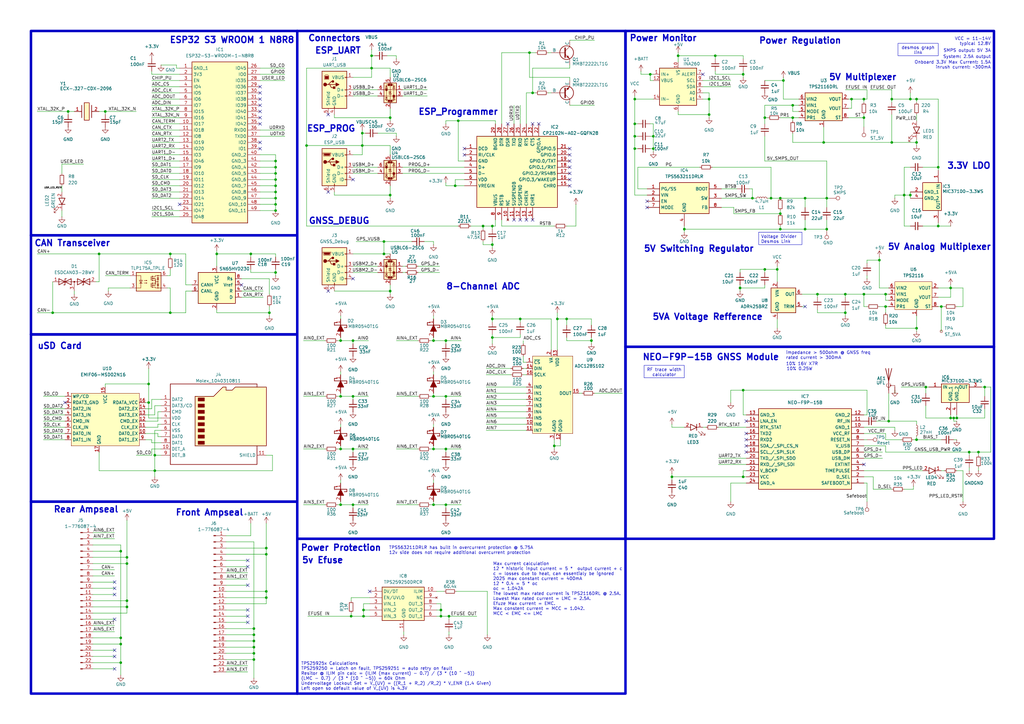
<source format=kicad_sch>
(kicad_sch (version 20250114) (generator "eeschema") (generator_version "9.0")
  (paper "A3")
  (title_block (title "SDM26 Datalogger") (date "2025-06-09") (rev "3.3") (company "Sun Devil Motorsports"))
  (rectangle (start 121.92 12.7) (end 256.54 220.98) (stroke (width 1.016)))
  (rectangle (start 12.7 205.74) (end 121.92 284.48) (stroke (width 1.016)))
  (rectangle (start 256.54 142.24) (end 407.67 220.98) (stroke (width 1.016)))
  (rectangle (start 256.54 12.7) (end 407.67 142.24) (stroke (width 1.016)))
  (rectangle (start 121.92 220.98) (end 256.54 284.48) (stroke (width 1.016)))
  (rectangle (start 12.7 137.16) (end 121.92 205.74) (stroke (width 1.016)))
  (rectangle (start 12.7 12.7) (end 121.92 96.52) (stroke (width 1.016)))
  (rectangle (start 12.7 96.52) (end 121.92 137.16) (stroke (width 1.016)))
  (text "Power Regulation" (at 311.15 18.288 0) (effects (font (size 2.54 2.54) (thickness 0.512) (bold yes)) (justify left bottom)))
  (text "5V Multiplexer" (at 339.852 33.274 0) (effects (font (size 2.54 2.54) (thickness 0.512) (bold yes)) (justify left bottom)))
  (text "CAN Transceiver" (at 13.97 101.346 0) (effects (font (size 2.54 2.54) (thickness 0.512) (bold yes)) (justify left bottom)))
  (text "10% 16V X7R" (at 322.326 150.114 0) (effects (font (size 1.27 1.27)) (justify left bottom)))
  (text "5v Efuse\n" (at 123.698 231.394 0) (effects (font (size 2.54 2.54) (thickness 0.512) (bold yes)) (justify left bottom)))
  (text "inrush current: ~300mA" (at 406.4 28.448 0) (effects (font (size 1.27 1.27)) (justify right bottom)))
  (text "5V Switching Regulator" (at 263.906 103.632 0) (effects (font (size 2.54 2.54) (thickness 0.512) (bold yes)) (justify left bottom)))
  (text "5V Analog Multiplexer" (at 363.982 102.87 0) (effects (font (size 2.54 2.54) (thickness 0.512) (bold yes)) (justify left bottom)))
  (text "ESP32 S3 WROOM 1 N8R8" (at 120.904 18.034 0) (effects (font (size 2.54 2.54) (thickness 0.512) (bold yes)) (justify right bottom)))
  (text "Power Monitor" (at 258.064 17.272 0) (effects (font (size 2.54 2.54) (thickness 0.512) (bold yes)) (justify left bottom)))
  (text "Connectors" (at 126.238 17.272 0) (effects (font (size 2.54 2.54) (thickness 0.512) (bold yes)) (justify left bottom)))
  (text "10% 0.25W" (at 322.58 152.146 0) (effects (font (size 1.27 1.27)) (justify left bottom)))
  (text "ESP_PROG" (at 125.73 54.356 0) (effects (font (size 2.54 2.54) (thickness 0.512) (bold yes)) (justify left bottom)))
  (text "Onboard 3.3V Max Current: 1.5A" (at 406.4 26.416 0) (effects (font (size 1.27 1.27)) (justify right bottom)))
  (text "impedance > 500ohm @ GNSS freq\nrated current > 300mA" (at 322.326 147.574 0) (effects (font (size 1.27 1.27)) (justify left bottom)))
  (text "Front Ampseal" (at 71.882 211.836 0) (effects (font (size 2.54 2.54) (thickness 0.512) (bold yes)) (justify left bottom)))
  (text "3.3V LDO" (at 388.366 69.596 0) (effects (font (size 2.54 2.54) (thickness 0.512) (bold yes)) (justify left bottom)))
  (text "VCC = 11-14V\ntypical 12.8V" (at 406.4 18.796 0) (effects (font (size 1.27 1.27)) (justify right bottom)))
  (text "GNSS_DEBUG" (at 126.492 92.202 0) (effects (font (size 2.54 2.54) (thickness 0.512) (bold yes)) (justify left bottom)))
  (text "Max current calculation\n12 * historic input current = 5 *  output current + c\nc = losses due to heat, can essentialy be ignored\n2025 max constant current = 400mA\n12 * 0.4 = 5 * oc\noc = 1.042A\nThe lowest max rated current is TPS2116DRL @ 2.5A.\nLowest Max rated current = LMC = 2.5A.\nEfuze Max current = EMC.\nMax constent current = MCC = 1.042.\nMCC < EMC <= LMC" (at 202.184 230.632 0) (effects (font (size 1.27 1.27)) (justify left top)))
  (text "ESP_UART" (at 129.032 22.352 0) (effects (font (size 2.54 2.54) (thickness 0.512) (bold yes)) (justify left bottom)))
  (text "TPS563211DRLR has built in overcurrent protection @ 5.75A\n12v side does not require additional overcurrent protection" (at 159.512 224.028 0) (effects (font (size 1.27 1.27)) (justify left top)))
  (text "8-Channel ADC" (at 182.88 119.126 0) (effects (font (size 2.54 2.54) (thickness 0.512) (bold yes)) (justify left bottom)))
  (text "uSD Card" (at 15.24 143.51 0) (effects (font (size 2.54 2.54) (thickness 0.512) (bold yes)) (justify left bottom)))
  (text "ESP_Programmer" (at 171.45 47.498 0) (effects (font (size 2.54 2.54) (thickness 0.512) (bold yes)) (justify left bottom)))
  (text "Power Protection" (at 123.19 226.314 0) (effects (font (size 2.54 2.54) (thickness 0.512) (bold yes)) (justify left bottom)))
  (text "5VA Voltage Refference " (at 267.462 131.572 0) (effects (font (size 2.54 2.54) (thickness 0.512) (bold yes)) (justify left bottom)))
  (text "SMPS output: 5V 3A" (at 406.4 21.59 0) (effects (font (size 1.27 1.27)) (justify right bottom)))
  (text "NEO-F9P-15B GNSS Module" (at 263.398 148.082 0) (effects (font (size 2.54 2.54) (thickness 0.512) (bold yes)) (justify left bottom)))
  (text "System: 2.5A output" (at 406.4 24.13 0) (effects (font (size 1.27 1.27)) (justify right bottom)))
  (text "Rear Ampseal\n" (at 21.844 210.566 0) (effects (font (size 2.54 2.54) (thickness 0.512) (bold yes)) (justify left bottom)))
  (text "TPS25925x Calculations\nTPS259250 = Latch on fault, TPS259251 = auto retry on fault\nResitor @ ILIM pin calc = (ILIM (max current) - 0.7) / (3 * (10 ^ -5))\n(LMC - 0.7) / (3 * (10 ^ -5)) = 60k Ohm\nUndervoltage Lockout Set = V_(UV) = ((R_1 + R_2) /R_2) * V_ENR (1.4 Given)\nLeft open so default value of V_(UV) is 4.3V\n" (at 123.444 271.526 0) (effects (font (size 1.27 1.27)) (justify left top)))
  (text_box "desmos graph link" (at 368.3 17.78 0) (size 16.51 5.08) (margins 0.9525 0.9525 0.9525 0.9525) (effects (font (size 1.27 1.27)) (justify top)))
  (text_box "Voltage Divider Desmos Link" (at 311.15 95.25 0) (size 17.78 5.08) (margins 0.9525 0.9525 0.9525 0.9525) (effects (font (size 1.27 1.27)) (justify left top)))
  (text_box "RF trace width calculator" (at 264.16 149.86 0) (size 16.51 5.08) (margins 0.9525 0.9525 0.9525 0.9525) (effects (font (size 1.27 1.27)) (justify top)))
  (junction (at 373.38 80.01))
  (junction (at 49.53 226.06))
  (junction (at 109.22 227.33))
  (junction (at 27.94 45.72))
  (junction (at 364.49 172.72))
  (junction (at 365.76 58.42))
  (junction (at 184.15 252.73))
  (junction (at 139.7 184.15))
  (junction (at 330.2 81.28))
  (junction (at 228.6 130.81))
  (junction (at 157.48 104.14))
  (junction (at 304.8 160.02))
  (junction (at 363.22 120.65))
  (junction (at 320.04 93.98))
  (junction (at 104.14 270.51))
  (junction (at 278.13 22.86))
  (junction (at 293.37 22.86))
  (junction (at 266.7 30.48))
  (junction (at 182.88 139.7))
  (junction (at 386.08 125.73))
  (junction (at 354.33 48.26))
  (junction (at 186.69 76.2))
  (junction (at 177.8 207.01))
  (junction (at 242.57 139.7))
  (junction (at 104.14 267.97))
  (junction (at 313.69 48.26))
  (junction (at 384.81 92.71))
  (junction (at 160.02 119.38))
  (junction (at 308.61 81.28))
  (junction (at 52.07 248.92))
  (junction (at 217.17 21.59))
  (junction (at 113.03 111.76))
  (junction (at 69.85 128.27))
  (junction (at 52.07 246.38))
  (junction (at 403.86 158.75))
  (junction (at 260.35 60.96))
  (junction (at 198.12 92.71))
  (junction (at 379.73 158.75))
  (junction (at 391.16 171.45))
  (junction (at 177.8 162.56))
  (junction (at 370.84 80.01))
  (junction (at 177.8 139.7))
  (junction (at 177.8 184.15))
  (junction (at 144.78 139.7))
  (junction (at 187.96 49.53))
  (junction (at 373.38 40.64))
  (junction (at 104.14 260.35))
  (junction (at 318.77 110.49))
  (junction (at 290.83 46.99))
  (junction (at 49.53 271.78))
  (junction (at 304.8 30.48))
  (junction (at 290.83 40.64))
  (junction (at 144.78 207.01))
  (junction (at 113.03 71.12))
  (junction (at 316.23 81.28))
  (junction (at 397.51 185.42))
  (junction (at 325.12 48.26))
  (junction (at 267.97 60.96))
  (junction (at 144.78 184.15))
  (junction (at 346.71 120.65))
  (junction (at 139.7 139.7))
  (junction (at 52.07 228.6))
  (junction (at 102.87 104.14))
  (junction (at 88.9 104.14))
  (junction (at 339.09 81.28))
  (junction (at 267.97 55.88))
  (junction (at 109.22 242.57))
  (junction (at 330.2 93.98))
  (junction (at 275.59 195.58))
  (junction (at 160.02 80.01))
  (junction (at 113.03 76.2))
  (junction (at 139.7 162.56))
  (junction (at 375.92 58.42))
  (junction (at 152.4 27.94))
  (junction (at 49.53 261.62))
  (junction (at 313.69 110.49))
  (junction (at 260.35 40.64))
  (junction (at 157.48 99.06))
  (junction (at 63.5 186.69))
  (junction (at 160.02 48.26))
  (junction (at 337.82 58.42))
  (junction (at 392.43 171.45))
  (junction (at 201.93 130.81))
  (junction (at 232.41 130.81))
  (junction (at 180.848 252.73))
  (junction (at 354.33 40.64))
  (junction (at 69.85 104.14))
  (junction (at 113.03 68.58))
  (junction (at 113.03 66.04))
  (junction (at 320.04 81.28))
  (junction (at 201.93 138.43))
  (junction (at 110.49 128.27))
  (junction (at 109.22 245.11))
  (junction (at 113.03 81.28))
  (junction (at 43.18 45.72))
  (junction (at 113.03 73.66))
  (junction (at 218.44 38.1))
  (junction (at 201.93 100.33))
  (junction (at 325.12 43.18))
  (junction (at 60.96 165.1))
  (junction (at 354.33 120.65))
  (junction (at 152.4 22.86))
  (junction (at 180.848 250.19))
  (junction (at 360.68 106.68))
  (junction (at 40.64 104.14))
  (junction (at 321.31 33.02))
  (junction (at 182.88 207.01))
  (junction (at 304.8 195.58))
  (junction (at 260.35 55.88))
  (junction (at 148.59 54.61))
  (junction (at 260.35 50.8))
  (junction (at 144.78 162.56))
  (junction (at 52.07 231.14))
  (junction (at 363.22 125.73))
  (junction (at 320.04 87.63))
  (junction (at 139.7 207.01))
  (junction (at 375.92 134.62))
  (junction (at 182.88 162.56))
  (junction (at 375.92 40.64))
  (junction (at 113.03 83.82))
  (junction (at 109.22 224.79))
  (junction (at 182.88 184.15))
  (junction (at 213.36 130.81))
  (junction (at 104.14 265.43))
  (junction (at 49.53 264.16))
  (junction (at 349.25 40.64))
  (junction (at 401.32 185.42))
  (junction (at 384.81 68.58))
  (junction (at 375.92 180.34))
  (junction (at 280.67 93.98))
  (junction (at 149.098 250.19))
  (junction (at 113.03 86.36))
  (junction (at 144.018 252.73))
  (junction (at 149.098 252.73))
  (junction (at 201.93 92.71))
  (junction (at 104.14 262.89))
  (junction (at 346.71 128.27))
  (junction (at 104.14 257.81))
  (junction (at 389.89 171.45))
  (junction (at 303.53 118.11))
  (junction (at 60.96 157.48))
  (junction (at 21.59 128.27))
  (junction (at 335.28 120.65))
  (junction (at 148.59 59.69))
  (junction (at 227.33 182.88))
  (junction (at 63.5 193.04))
  (junction (at 365.76 40.64))
  (junction (at 339.09 93.98))
  (junction (at 113.03 78.74))
  (junction (at 389.89 118.11))
  (junction (at 125.73 59.69))
  (no_connect (at 106.68 48.26))
  (no_connect (at 151.638 242.57))
  (no_connect (at 208.28 50.8))
  (no_connect (at 106.68 45.72))
  (no_connect (at 306.07 172.72))
  (no_connect (at 101.6 255.27))
  (no_connect (at 101.6 250.19))
  (no_connect (at 218.44 90.17))
  (no_connect (at 330.2 125.73))
  (no_connect (at 213.36 90.17))
  (no_connect (at 306.07 180.34))
  (no_connect (at 306.07 185.42))
  (no_connect (at 106.68 40.64))
  (no_connect (at 233.68 73.66))
  (no_connect (at 233.68 76.2))
  (no_connect (at 26.67 165.1))
  (no_connect (at 354.33 190.5))
  (no_connect (at 233.68 63.5))
  (no_connect (at 46.99 254))
  (no_connect (at 101.6 240.03))
  (no_connect (at 233.68 71.12))
  (no_connect (at 265.43 85.09))
  (no_connect (at 134.62 78.74))
  (no_connect (at 215.9 90.17))
  (no_connect (at 46.99 241.3))
  (no_connect (at 134.62 46.99))
  (no_connect (at 106.68 50.8))
  (no_connect (at 106.68 38.1))
  (no_connect (at 73.66 83.82))
  (no_connect (at 101.6 252.73))
  (no_connect (at 106.68 35.56))
  (no_connect (at 210.82 90.17))
  (no_connect (at 46.99 269.24))
  (no_connect (at 218.44 50.8))
  (no_connect (at 144.78 114.3))
  (no_connect (at 101.6 229.87))
  (no_connect (at 144.78 73.66))
  (no_connect (at 46.99 266.7))
  (no_connect (at 46.99 243.84))
  (no_connect (at 288.29 30.48))
  (no_connect (at 46.99 238.76))
  (no_connect (at 134.62 119.38))
  (no_connect (at 306.07 182.88))
  (no_connect (at 106.68 43.18))
  (no_connect (at 190.5 60.96))
  (no_connect (at 99.06 116.84))
  (no_connect (at 106.68 60.96))
  (no_connect (at 306.07 177.8))
  (no_connect (at 106.68 58.42))
  (no_connect (at 233.68 68.58))
  (no_connect (at 233.68 66.04))
  (no_connect (at 220.98 50.8))
  (no_connect (at 233.68 60.96))
  (no_connect (at 265.43 82.55))
  (no_connect (at 101.6 232.41))
  (no_connect (at 190.5 63.5))
  (no_connect (at 46.99 274.32))
  (wire (pts (xy 278.13 21.59) (xy 278.13 22.86)))
  (wire (pts (xy 92.71 255.27) (xy 101.6 255.27)))
  (wire (pts (xy 354.33 195.58) (xy 358.14 195.58)))
  (wire (pts (xy 180.34 109.22) (xy 171.45 109.22)))
  (wire (pts (xy 363.22 125.73) (xy 363.22 128.27)))
  (wire (pts (xy 92.71 275.59) (xy 101.6 275.59)))
  (wire (pts (xy 237.49 161.29) (xy 238.76 161.29)))
  (wire (pts (xy 68.58 118.11) (xy 69.85 118.11)))
  (wire (pts (xy 367.03 161.29) (xy 367.03 160.02)))
  (wire (pts (xy 69.85 113.03) (xy 69.85 110.49)))
  (wire (pts (xy 62.23 68.58) (xy 73.66 68.58)))
  (wire (pts (xy 177.8 139.7) (xy 177.8 138.43)))
  (wire (pts (xy 318.77 130.81) (xy 318.77 134.62)))
  (wire (pts (xy 355.6 40.64) (xy 355.6 36.83)))
  (wire (pts (xy 38.1 251.46) (xy 52.07 251.46)))
  (wire (pts (xy 182.88 162.56) (xy 189.23 162.56)))
  (wire (pts (xy 280.67 93.98) (xy 280.67 92.71)))
  (wire (pts (xy 363.22 123.19) (xy 363.22 120.65)))
  (wire (pts (xy 313.69 43.18) (xy 325.12 43.18)))
  (wire (pts (xy 214.63 153.67) (xy 215.9 153.67)))
  (wire (pts (xy 354.33 40.64) (xy 354.33 41.91)))
  (wire (pts (xy 327.66 40.64) (xy 321.31 40.64)))
  (wire (pts (xy 375.92 58.42) (xy 375.92 59.69)))
  (wire (pts (xy 160.02 119.38) (xy 160.02 120.65)))
  (wire (pts (xy 182.88 207.01) (xy 189.23 207.01)))
  (wire (pts (xy 144.78 104.14) (xy 157.48 104.14)))
  (wire (pts (xy 199.39 151.13) (xy 209.55 151.13)))
  (wire (pts (xy 15.24 45.72) (xy 27.94 45.72)))
  (wire (pts (xy 104.14 265.43) (xy 104.14 267.97)))
  (wire (pts (xy 262.89 30.48) (xy 266.7 30.48)))
  (wire (pts (xy 111.76 186.69) (xy 111.76 193.04)))
  (wire (pts (xy 198.12 100.33) (xy 201.93 100.33)))
  (wire (pts (xy 199.39 158.75) (xy 215.9 158.75)))
  (wire (pts (xy 261.62 55.88) (xy 260.35 55.88)))
  (wire (pts (xy 349.25 40.64) (xy 349.25 44.45)))
  (wire (pts (xy 62.23 76.2) (xy 73.66 76.2)))
  (wire (pts (xy 295.91 81.28) (xy 308.61 81.28)))
  (wire (pts (xy 92.71 219.71) (xy 102.87 219.71)))
  (wire (pts (xy 92.71 234.95) (xy 101.6 234.95)))
  (wire (pts (xy 198.12 92.71) (xy 201.93 92.71)))
  (wire (pts (xy 232.41 139.7) (xy 242.57 139.7)))
  (wire (pts (xy 375.92 172.72) (xy 375.92 173.99)))
  (wire (pts (xy 198.12 99.06) (xy 198.12 100.33)))
  (wire (pts (xy 62.23 86.36) (xy 73.66 86.36)))
  (wire (pts (xy 76.2 104.14) (xy 76.2 116.84)))
  (wire (pts (xy 40.64 193.04) (xy 63.5 193.04)))
  (wire (pts (xy 124.46 162.56) (xy 133.35 162.56)))
  (wire (pts (xy 38.1 259.08) (xy 46.99 259.08)))
  (wire (pts (xy 66.04 166.37) (xy 63.5 166.37)))
  (wire (pts (xy 38.1 233.68) (xy 46.99 233.68)))
  (wire (pts (xy 177.8 139.7) (xy 182.88 139.7)))
  (wire (pts (xy 17.78 162.56) (xy 26.67 162.56)))
  (wire (pts (xy 201.93 138.43) (xy 201.93 140.97)))
  (wire (pts (xy 199.898 242.57) (xy 199.898 260.35)))
  (wire (pts (xy 59.69 167.64) (xy 62.23 167.64)))
  (wire (pts (xy 137.16 80.01) (xy 137.16 78.74)))
  (wire (pts (xy 290.83 38.1) (xy 288.29 38.1)))
  (wire (pts (xy 38.1 220.98) (xy 46.99 220.98)))
  (wire (pts (xy 92.71 224.79) (xy 109.22 224.79)))
  (wire (pts (xy 280.67 93.98) (xy 320.04 93.98)))
  (wire (pts (xy 138.43 139.7) (xy 139.7 139.7)))
  (wire (pts (xy 228.6 130.81) (xy 228.6 143.51)))
  (wire (pts (xy 104.14 257.81) (xy 104.14 260.35)))
  (wire (pts (xy 320.04 86.36) (xy 320.04 87.63)))
  (wire (pts (xy 365.76 36.83) (xy 356.87 36.83)))
  (wire (pts (xy 321.31 33.02) (xy 321.31 40.64)))
  (wire (pts (xy 106.68 68.58) (xy 113.03 68.58)))
  (wire (pts (xy 25.4 76.2) (xy 25.4 78.74)))
  (wire (pts (xy 139.7 129.54) (xy 139.7 130.81)))
  (wire (pts (xy 325.12 48.26) (xy 327.66 48.26)))
  (wire (pts (xy 354.33 120.65) (xy 363.22 120.65)))
  (wire (pts (xy 275.59 173.99) (xy 275.59 175.26)))
  (wire (pts (xy 190.5 66.04) (xy 187.96 66.04)))
  (wire (pts (xy 403.86 158.75) (xy 406.4 158.75)))
  (wire (pts (xy 63.5 166.37) (xy 63.5 170.18)))
  (wire (pts (xy 144.78 185.42) (xy 144.78 184.15)))
  (wire (pts (xy 401.32 185.42) (xy 406.4 185.42)))
  (wire (pts (xy 88.9 104.14) (xy 88.9 109.22)))
  (wire (pts (xy 303.53 118.11) (xy 303.53 119.38)))
  (wire (pts (xy 106.68 76.2) (xy 113.03 76.2)))
  (wire (pts (xy 313.69 66.04) (xy 339.09 66.04)))
  (wire (pts (xy 375.92 134.62) (xy 363.22 134.62)))
  (wire (pts (xy 233.68 31.75) (xy 233.68 33.02)))
  (wire (pts (xy 62.23 35.56) (xy 73.66 35.56)))
  (wire (pts (xy 38.1 271.78) (xy 49.53 271.78)))
  (wire (pts (xy 355.6 125.73) (xy 354.33 125.73)))
  (wire (pts (xy 106.68 27.94) (xy 116.84 27.94)))
  (wire (pts (xy 64.77 179.07) (xy 66.04 179.07)))
  (wire (pts (xy 184.15 259.08) (xy 184.15 260.35)))
  (wire (pts (xy 38.1 223.52) (xy 49.53 223.52)))
  (wire (pts (xy 242.57 138.43) (xy 242.57 139.7)))
  (wire (pts (xy 187.96 49.53) (xy 187.96 66.04)))
  (wire (pts (xy 293.37 22.86) (xy 304.8 22.86)))
  (wire (pts (xy 73.66 27.94) (xy 72.39 27.94)))
  (wire (pts (xy 363.22 180.34) (xy 363.22 177.8)))
  (wire (pts (xy 288.29 35.56) (xy 299.72 35.56)))
  (wire (pts (xy 110.49 128.27) (xy 110.49 129.54)))
  (wire (pts (xy 15.24 128.27) (xy 21.59 128.27)))
  (wire (pts (xy 201.93 99.06) (xy 201.93 100.33)))
  (wire (pts (xy 278.13 45.72) (xy 278.13 46.99)))
  (wire (pts (xy 139.7 152.4) (xy 139.7 153.67)))
  (wire (pts (xy 384.81 68.58) (xy 384.81 69.85)))
  (wire (pts (xy 38.1 246.38) (xy 52.07 246.38)))
  (wire (pts (xy 62.23 48.26) (xy 73.66 48.26)))
  (wire (pts (xy 360.68 125.73) (xy 363.22 125.73)))
  (wire (pts (xy 165.1 36.83) (xy 175.26 36.83)))
  (wire (pts (xy 113.03 111.76) (xy 113.03 113.03)))
  (wire (pts (xy 43.18 158.75) (xy 43.18 157.48)))
  (wire (pts (xy 162.56 139.7) (xy 171.45 139.7)))
  (wire (pts (xy 149.098 250.19) (xy 149.098 247.65)))
  (wire (pts (xy 62.23 55.88) (xy 73.66 55.88)))
  (wire (pts (xy 370.84 68.58) (xy 373.38 68.58)))
  (wire (pts (xy 162.56 54.61) (xy 162.56 55.88)))
  (wire (pts (xy 266.7 33.02) (xy 267.97 33.02)))
  (wire (pts (xy 214.63 139.7) (xy 214.63 140.97)))
  (wire (pts (xy 148.59 54.61) (xy 148.59 59.69)))
  (wire (pts (xy 304.8 160.02) (xy 304.8 170.18)))
  (wire (pts (xy 354.33 175.26) (xy 367.03 175.26)))
  (wire (pts (xy 124.46 139.7) (xy 133.35 139.7)))
  (wire (pts (xy 92.71 250.19) (xy 101.6 250.19)))
  (wire (pts (xy 182.88 184.15) (xy 189.23 184.15)))
  (wire (pts (xy 316.23 81.28) (xy 320.04 81.28)))
  (wire (pts (xy 106.68 81.28) (xy 113.03 81.28)))
  (wire (pts (xy 260.35 80.01) (xy 265.43 80.01)))
  (wire (pts (xy 210.82 50.8) (xy 210.82 43.18)))
  (wire (pts (xy 306.07 193.04) (xy 304.8 193.04)))
  (wire (pts (xy 73.66 63.5) (xy 62.23 63.5)))
  (wire (pts (xy 349.25 40.64) (xy 354.33 40.64)))
  (wire (pts (xy 335.28 128.27) (xy 335.28 127)))
  (wire (pts (xy 76.2 116.84) (xy 78.74 116.84)))
  (wire (pts (xy 304.8 30.48) (xy 304.8 31.75)))
  (wire (pts (xy 144.78 207.01) (xy 151.13 207.01)))
  (wire (pts (xy 288.29 175.26) (xy 289.56 175.26)))
  (wire (pts (xy 40.64 104.14) (xy 69.85 104.14)))
  (wire (pts (xy 365.76 40.64) (xy 373.38 40.64)))
  (wire (pts (xy 17.78 180.34) (xy 26.67 180.34)))
  (wire (pts (xy 62.23 58.42) (xy 73.66 58.42)))
  (wire (pts (xy 375.92 57.15) (xy 375.92 58.42)))
  (wire (pts (xy 40.64 45.72) (xy 43.18 45.72)))
  (wire (pts (xy 367.03 80.01) (xy 367.03 81.28)))
  (wire (pts (xy 126.238 252.73) (xy 144.018 252.73)))
  (wire (pts (xy 137.16 80.01) (xy 160.02 80.01)))
  (wire (pts (xy 176.53 207.01) (xy 177.8 207.01)))
  (wire (pts (xy 125.73 59.69) (xy 148.59 59.69)))
  (wire (pts (xy 325.12 45.72) (xy 327.66 45.72)))
  (wire (pts (xy 186.69 76.2) (xy 190.5 76.2)))
  (wire (pts (xy 109.22 186.69) (xy 111.76 186.69)))
  (wire (pts (xy 355.6 198.12) (xy 355.6 205.74)))
  (wire (pts (xy 165.608 259.08) (xy 165.608 260.35)))
  (wire (pts (xy 125.73 59.69) (xy 125.73 92.71)))
  (wire (pts (xy 144.018 245.11) (xy 151.638 245.11)))
  (wire (pts (xy 109.22 245.11) (xy 109.22 247.65)))
  (wire (pts (xy 49.53 261.62) (xy 49.53 264.16)))
  (wire (pts (xy 102.87 104.14) (xy 113.03 104.14)))
  (wire (pts (xy 233.68 27.94) (xy 233.68 26.67)))
  (wire (pts (xy 104.14 270.51) (xy 104.14 278.13)))
  (wire (pts (xy 62.23 30.48) (xy 73.66 30.48)))
  (wire (pts (xy 144.78 162.56) (xy 151.13 162.56)))
  (wire (pts (xy 62.23 88.9) (xy 73.66 88.9)))
  (wire (pts (xy 384.81 118.11) (xy 389.89 118.11)))
  (wire (pts (xy 63.5 193.04) (xy 111.76 193.04)))
  (wire (pts (xy 354.33 48.26) (xy 354.33 46.99)))
  (wire (pts (xy 104.14 222.25) (xy 104.14 257.81)))
  (wire (pts (xy 397.51 186.69) (xy 397.51 185.42)))
  (wire (pts (xy 290.83 40.64) (xy 290.83 46.99)))
  (wire (pts (xy 148.59 59.69) (xy 148.59 63.5)))
  (wire (pts (xy 375.92 179.07) (xy 375.92 180.34)))
  (wire (pts (xy 363.22 185.42) (xy 363.22 182.88)))
  (wire (pts (xy 275.59 195.58) (xy 275.59 194.31)))
  (wire (pts (xy 233.68 16.51) (xy 243.84 16.51)))
  (wire (pts (xy 306.07 195.58) (xy 304.8 195.58)))
  (wire (pts (xy 144.018 245.11) (xy 144.018 246.38)))
  (wire (pts (xy 162.56 22.86) (xy 162.56 24.13)))
  (wire (pts (xy 304.8 195.58) (xy 304.8 193.04)))
  (wire (pts (xy 113.03 110.49) (xy 113.03 111.76)))
  (wire (pts (xy 64.77 168.91) (xy 64.77 172.72)))
  (wire (pts (xy 325.12 54.61) (xy 325.12 58.42)))
  (wire (pts (xy 370.84 80.01) (xy 367.03 80.01)))
  (wire (pts (xy 157.48 104.14) (xy 160.02 104.14)))
  (wire (pts (xy 375.92 134.62) (xy 375.92 135.89)))
  (wire (pts (xy 303.53 111.76) (xy 303.53 110.49)))
  (wire (pts (xy 160.02 76.2) (xy 160.02 80.01)))
  (wire (pts (xy 160.02 44.45) (xy 160.02 48.26)))
  (wire (pts (xy 199.39 168.91) (xy 215.9 168.91)))
  (wire (pts (xy 365.76 46.99) (xy 365.76 58.42)))
  (wire (pts (xy 144.78 36.83) (xy 154.94 36.83)))
  (wire (pts (xy 62.23 163.83) (xy 66.04 163.83)))
  (wire (pts (xy 99.06 119.38) (xy 107.95 119.38)))
  (wire (pts (xy 182.88 139.7) (xy 189.23 139.7)))
  (wire (pts (xy 40.64 185.42) (xy 40.64 193.04)))
  (wire (pts (xy 106.68 86.36) (xy 113.03 86.36)))
  (wire (pts (xy 214.63 148.59) (xy 214.63 146.05)))
  (wire (pts (xy 177.8 207.01) (xy 177.8 205.74)))
  (wire (pts (xy 144.78 139.7) (xy 151.13 139.7)))
  (wire (pts (xy 354.33 198.12) (xy 355.6 198.12)))
  (wire (pts (xy 307.34 77.47) (xy 308.61 77.47)))
  (wire (pts (xy 328.93 120.65) (xy 335.28 120.65)))
  (wire (pts (xy 375.92 46.99) (xy 375.92 49.53)))
  (wire (pts (xy 347.98 40.64) (xy 349.25 40.64)))
  (wire (pts (xy 358.14 200.66) (xy 365.76 200.66)))
  (wire (pts (xy 165.1 39.37) (xy 175.26 39.37)))
  (wire (pts (xy 38.1 228.6) (xy 52.07 228.6)))
  (wire (pts (xy 113.03 104.14) (xy 113.03 105.41)))
  (wire (pts (xy 66.04 173.99) (xy 64.77 173.99)))
  (wire (pts (xy 355.6 107.95) (xy 355.6 106.68)))
  (wire (pts (xy 201.93 100.33) (xy 201.93 101.6)))
  (wire (pts (xy 38.1 264.16) (xy 49.53 264.16)))
  (wire (pts (xy 38.1 226.06) (xy 49.53 226.06)))
  (wire (pts (xy 364.49 161.29) (xy 364.49 172.72)))
  (wire (pts (xy 138.43 207.01) (xy 139.7 207.01)))
  (wire (pts (xy 15.24 104.14) (xy 40.64 104.14)))
  (wire (pts (xy 106.68 78.74) (xy 113.03 78.74)))
  (wire (pts (xy 384.81 121.92) (xy 389.89 121.92)))
  (wire (pts (xy 40.64 104.14) (xy 40.64 115.57)))
  (wire (pts (xy 62.23 50.8) (xy 73.66 50.8)))
  (wire (pts (xy 92.71 247.65) (xy 109.22 247.65)))
  (wire (pts (xy 199.39 171.45) (xy 215.9 171.45)))
  (wire (pts (xy 92.71 237.49) (xy 101.6 237.49)))
  (wire (pts (xy 370.84 80.01) (xy 370.84 92.71)))
  (wire (pts (xy 144.018 252.73) (xy 149.098 252.73)))
  (wire (pts (xy 354.33 177.8) (xy 363.22 177.8)))
  (wire (pts (xy 355.6 106.68) (xy 360.68 106.68)))
  (wire (pts (xy 66.04 168.91) (xy 64.77 168.91)))
  (wire (pts (xy 232.41 130.81) (xy 228.6 130.81)))
  (wire (pts (xy 275.59 195.58) (xy 304.8 195.58)))
  (wire (pts (xy 260.35 60.96) (xy 260.35 80.01)))
  (wire (pts (xy 88.9 104.14) (xy 102.87 104.14)))
  (wire (pts (xy 213.36 50.8) (xy 213.36 43.18)))
  (wire (pts (xy 176.53 162.56) (xy 177.8 162.56)))
  (wire (pts (xy 278.13 22.86) (xy 278.13 25.4)))
  (wire (pts (xy 53.34 113.03) (xy 43.18 113.03)))
  (wire (pts (xy 260.35 55.88) (xy 260.35 60.96)))
  (wire (pts (xy 62.23 60.96) (xy 73.66 60.96)))
  (wire (pts (xy 313.69 66.04) (xy 313.69 55.88)))
  (wire (pts (xy 218.44 27.94) (xy 218.44 38.1)))
  (wire (pts (xy 180.34 111.76) (xy 171.45 111.76)))
  (wire (pts (xy 104.14 260.35) (xy 104.14 262.89)))
  (wire (pts (xy 236.22 92.71) (xy 236.22 83.82)))
  (wire (pts (xy 113.03 76.2) (xy 113.03 78.74)))
  (wire (pts (xy 27.94 46.99) (xy 27.94 45.72)))
  (wire (pts (xy 359.41 172.72) (xy 364.49 172.72)))
  (wire (pts (xy 294.64 175.26) (xy 306.07 175.26)))
  (wire (pts (xy 69.85 105.41) (xy 69.85 104.14)))
  (wire (pts (xy 391.16 171.45) (xy 392.43 171.45)))
  (wire (pts (xy 52.07 246.38) (xy 52.07 248.92)))
  (wire (pts (xy 144.78 31.75) (xy 152.4 31.75)))
  (wire (pts (xy 124.46 184.15) (xy 133.35 184.15)))
  (wire (pts (xy 106.68 30.48) (xy 116.84 30.48)))
  (wire (pts (xy 43.18 45.72) (xy 55.88 45.72)))
  (wire (pts (xy 66.04 26.67) (xy 72.39 26.67)))
  (wire (pts (xy 60.96 165.1) (xy 60.96 157.48)))
  (wire (pts (xy 38.1 241.3) (xy 46.99 241.3)))
  (wire (pts (xy 361.95 187.96) (xy 354.33 187.96)))
  (wire (pts (xy 295.91 77.47) (xy 302.26 77.47)))
  (wire (pts (xy 102.87 214.63) (xy 102.87 219.71)))
  (wire (pts (xy 205.74 92.71) (xy 227.33 92.71)))
  (wire (pts (xy 374.65 180.34) (xy 375.92 180.34)))
  (wire (pts (xy 304.8 160.02) (xy 355.6 160.02)))
  (wire (pts (xy 125.73 27.94) (xy 125.73 59.69)))
  (wire (pts (xy 144.78 184.15) (xy 139.7 184.15)))
  (wire (pts (xy 66.04 176.53) (xy 63.5 176.53)))
  (wire (pts (xy 92.71 222.25) (xy 104.14 222.25)))
  (wire (pts (xy 144.78 140.97) (xy 144.78 139.7)))
  (wire (pts (xy 139.7 162.56) (xy 144.78 162.56)))
  (wire (pts (xy 92.71 240.03) (xy 101.6 240.03)))
  (wire (pts (xy 304.8 29.21) (xy 304.8 30.48)))
  (wire (pts (xy 148.59 53.34) (xy 148.59 54.61)))
  (wire (pts (xy 38.1 243.84) (xy 46.99 243.84)))
  (wire (pts (xy 139.7 173.99) (xy 139.7 175.26)))
  (wire (pts (xy 72.39 26.67) (xy 72.39 27.94)))
  (wire (pts (xy 106.68 73.66) (xy 113.03 73.66)))
  (wire (pts (xy 392.43 170.18) (xy 392.43 171.45)))
  (wire (pts (xy 335.28 120.65) (xy 346.71 120.65)))
  (wire (pts (xy 92.71 273.05) (xy 101.6 273.05)))
  (wire (pts (xy 92.71 265.43) (xy 104.14 265.43)))
  (wire (pts (xy 182.88 76.2) (xy 182.88 74.93)))
  (wire (pts (xy 292.1 68.58) (xy 316.23 68.58)))
  (wire (pts (xy 21.59 128.27) (xy 69.85 128.27)))
  (wire (pts (xy 38.1 236.22) (xy 46.99 236.22)))
  (wire (pts (xy 373.38 80.01) (xy 370.84 80.01)))
  (wire (pts (xy 293.37 29.21) (xy 293.37 30.48)))
  (wire (pts (xy 229.87 182.88) (xy 227.33 182.88)))
  (wire (pts (xy 397.51 185.42) (xy 401.32 185.42)))
  (wire (pts (xy 144.78 208.28) (xy 144.78 207.01)))
  (wire (pts (xy 363.22 125.73) (xy 364.49 125.73)))
  (wire (pts (xy 242.57 133.35) (xy 242.57 130.81)))
  (wire (pts (xy 152.4 22.86) (xy 153.67 22.86)))
  (wire (pts (xy 49.53 271.78) (xy 49.53 276.86)))
  (wire (pts (xy 201.93 92.71) (xy 201.93 93.98)))
  (wire (pts (xy 92.71 245.11) (xy 109.22 245.11)))
  (wire (pts (xy 363.22 120.65) (xy 364.49 120.65)))
  (wire (pts (xy 182.88 162.56) (xy 182.88 163.83)))
  (wire (pts (xy 339.09 81.28) (xy 339.09 85.09)))
  (wire (pts (xy 346.71 128.27) (xy 346.71 127)))
  (wire (pts (xy 113.03 66.04) (xy 113.03 68.58)))
  (wire (pts (xy 217.17 21.59) (xy 219.71 21.59)))
  (wire (pts (xy 59.69 180.34) (xy 62.23 180.34)))
  (wire (pts (xy 149.098 250.19) (xy 151.638 250.19)))
  (wire (pts (xy 199.39 173.99) (xy 215.9 173.99)))
  (wire (pts (xy 62.23 33.02) (xy 73.66 33.02)))
  (wire (pts (xy 139.7 184.15) (xy 139.7 182.88)))
  (wire (pts (xy 337.82 52.07) (xy 337.82 58.42)))
  (wire (pts (xy 347.98 48.26) (xy 354.33 48.26)))
  (wire (pts (xy 389.89 170.18) (xy 389.89 171.45)))
  (wire (pts (xy 261.62 50.8) (xy 260.35 50.8)))
  (wire (pts (xy 38.1 261.62) (xy 49.53 261.62)))
  (wire (pts (xy 69.85 128.27) (xy 76.2 128.27)))
  (wire (pts (xy 389.89 118.11) (xy 389.89 116.84)))
  (wire (pts (xy 102.87 111.76) (xy 102.87 110.49)))
  (wire (pts (xy 265.43 77.47) (xy 261.62 77.47)))
  (wire (pts (xy 260.35 50.8) (xy 260.35 55.88)))
  (wire (pts (xy 243.84 161.29) (xy 255.27 161.29)))
  (wire (pts (xy 335.28 120.65) (xy 335.28 121.92)))
  (wire (pts (xy 394.97 118.11) (xy 389.89 118.11)))
  (wire (pts (xy 346.71 129.54) (xy 346.71 128.27)))
  (wire (pts (xy 139.7 139.7) (xy 139.7 138.43)))
  (wire (pts (xy 109.22 214.63) (xy 109.22 224.79)))
  (wire (pts (xy 63.5 176.53) (xy 63.5 186.69)))
  (wire (pts (xy 335.28 128.27) (xy 346.71 128.27)))
  (wire (pts (xy 106.68 66.04) (xy 113.03 66.04)))
  (wire (pts (xy 214.63 151.13) (xy 215.9 151.13)))
  (wire (pts (xy 186.69 73.66) (xy 186.69 76.2)))
  (wire (pts (xy 299.72 160.02) (xy 299.72 165.1)))
  (wire (pts (xy 162.56 184.15) (xy 171.45 184.15)))
  (wire (pts (xy 92.71 232.41) (xy 101.6 232.41)))
  (wire (pts (xy 92.71 252.73) (xy 101.6 252.73)))
  (wire (pts (xy 92.71 270.51) (xy 104.14 270.51)))
  (wire (pts (xy 261.62 77.47) (xy 261.62 68.58)))
  (wire (pts (xy 370.84 68.58) (xy 370.84 80.01)))
  (wire (pts (xy 308.61 77.47) (xy 308.61 81.28)))
  (wire (pts (xy 138.43 162.56) (xy 139.7 162.56)))
  (wire (pts (xy 144.78 109.22) (xy 154.94 109.22)))
  (wire (pts (xy 109.22 224.79) (xy 109.22 227.33)))
  (wire (pts (xy 313.69 48.26) (xy 313.69 50.8)))
  (wire (pts (xy 260.35 40.64) (xy 267.97 40.64)))
  (wire (pts (xy 339.09 81.28) (xy 330.2 81.28)))
  (wire (pts (xy 59.69 175.26) (xy 64.77 175.26)))
  (wire (pts (xy 267.97 50.8) (xy 267.97 55.88)))
  (wire (pts (xy 320.04 48.26) (xy 325.12 48.26)))
  (wire (pts (xy 139.7 139.7) (xy 144.78 139.7)))
  (wire (pts (xy 267.97 60.96) (xy 267.97 62.23)))
  (wire (pts (xy 160.02 59.69) (xy 160.02 63.5)))
  (wire (pts (xy 177.8 184.15) (xy 177.8 182.88)))
  (wire (pts (xy 99.06 121.92) (xy 107.95 121.92)))
  (wire (pts (xy 182.88 49.53) (xy 187.96 49.53)))
  (wire (pts (xy 346.71 36.83) (xy 355.6 36.83)))
  (wire (pts (xy 233.68 27.94) (xy 218.44 27.94)))
  (wire (pts (xy 62.23 186.69) (xy 62.23 184.15)))
  (wire (pts (xy 320.04 93.98) (xy 330.2 93.98)))
  (wire (pts (xy 160.02 81.28) (xy 160.02 80.01)))
  (wire (pts (xy 113.03 78.74) (xy 113.03 81.28)))
  (wire (pts (xy 339.09 90.17) (xy 339.09 93.98)))
  (wire (pts (xy 148.59 59.69) (xy 160.02 59.69)))
  (wire (pts (xy 64.77 173.99) (xy 64.77 175.26)))
  (wire (pts (xy 182.88 139.7) (xy 182.88 140.97)))
  (wire (pts (xy 198.12 93.98) (xy 198.12 92.71)))
  (wire (pts (xy 17.78 170.18) (xy 26.67 170.18)))
  (wire (pts (xy 144.78 71.12) (xy 154.94 71.12)))
  (wire (pts (xy 149.098 252.73) (xy 149.098 250.19)))
  (wire (pts (xy 62.23 66.04) (xy 73.66 66.04)))
  (wire (pts (xy 43.18 157.48) (xy 60.96 157.48)))
  (wire (pts (xy 165.1 71.12) (xy 190.5 71.12)))
  (wire (pts (xy 177.8 207.01) (xy 182.88 207.01)))
  (wire (pts (xy 227.33 182.88) (xy 227.33 184.15)))
  (wire (pts (xy 62.23 45.72) (xy 73.66 45.72)))
  (wire (pts (xy 364.49 118.11) (xy 360.68 118.11)))
  (wire (pts (xy 165.1 68.58) (xy 190.5 68.58)))
  (wire (pts (xy 177.8 99.06) (xy 177.8 100.33)))
  (wire (pts (xy 104.14 267.97) (xy 104.14 270.51)))
  (wire (pts (xy 182.88 184.15) (xy 182.88 185.42)))
  (wire (pts (xy 162.56 162.56) (xy 171.45 162.56)))
  (wire (pts (xy 62.23 43.18) (xy 73.66 43.18)))
  (wire (pts (xy 232.41 133.35) (xy 232.41 130.81)))
  (wire (pts (xy 313.69 111.76) (xy 313.69 110.49)))
  (wire (pts (xy 224.79 38.1) (xy 226.06 38.1)))
  (wire (pts (xy 261.62 60.96) (xy 260.35 60.96)))
  (wire (pts (xy 306.07 170.18) (xy 304.8 170.18)))
  (wire (pts (xy 325.12 48.26) (xy 325.12 49.53)))
  (wire (pts (xy 379.73 166.37) (xy 379.73 171.45)))
  (wire (pts (xy 55.88 186.69) (xy 62.23 186.69)))
  (wire (pts (xy 214.63 148.59) (xy 215.9 148.59)))
  (wire (pts (xy 144.78 162.56) (xy 144.78 163.83)))
  (wire (pts (xy 76.2 128.27) (xy 76.2 119.38)))
  (wire (pts (xy 106.68 83.82) (xy 113.03 83.82)))
  (wire (pts (xy 384.81 92.71) (xy 384.81 91.44)))
  (wire (pts (xy 43.18 46.99) (xy 43.18 45.72)))
  (wire (pts (xy 106.68 63.5) (xy 113.03 63.5)))
  (wire (pts (xy 313.69 43.18) (xy 313.69 48.26)))
  (wire (pts (xy 160.02 116.84) (xy 160.02 119.38)))
  (wire (pts (xy 62.23 40.64) (xy 73.66 40.64)))
  (wire (pts (xy 304.8 30.48) (xy 293.37 30.48)))
  (wire (pts (xy 313.69 118.11) (xy 303.53 118.11)))
  (wire (pts (xy 288.29 33.02) (xy 299.72 33.02)))
  (wire (pts (xy 199.39 163.83) (xy 215.9 163.83)))
  (wire (pts (xy 38.1 218.44) (xy 46.99 218.44)))
  (wire (pts (xy 92.71 257.81) (xy 104.14 257.81)))
  (wire (pts (xy 199.39 176.53) (xy 215.9 176.53)))
  (wire (pts (xy 109.22 227.33) (xy 109.22 242.57)))
  (wire (pts (xy 346.71 120.65) (xy 346.71 121.92)))
  (wire (pts (xy 149.098 247.65) (xy 151.638 247.65)))
  (wire (pts (xy 290.83 46.99) (xy 290.83 48.26)))
  (wire (pts (xy 320.04 87.63) (xy 300.99 87.63)))
  (wire (pts (xy 63.5 193.04) (xy 63.5 195.58)))
  (wire (pts (xy 17.78 172.72) (xy 26.67 172.72)))
  (wire (pts (xy 201.93 137.16) (xy 201.93 138.43)))
  (wire (pts (xy 384.81 40.64) (xy 384.81 68.58)))
  (wire (pts (xy 364.49 123.19) (xy 363.22 123.19)))
  (wire (pts (xy 215.9 38.1) (xy 218.44 38.1)))
  (wire (pts (xy 179.07 252.73) (xy 180.848 252.73)))
  (wire (pts (xy 176.53 139.7) (xy 177.8 139.7)))
  (wire (pts (xy 184.15 252.73) (xy 184.15 254)))
  (wire (pts (xy 215.9 50.8) (xy 215.9 38.1)))
  (wire (pts (xy 62.23 73.66) (xy 73.66 73.66)))
  (wire (pts (xy 325.12 43.18) (xy 327.66 43.18)))
  (wire (pts (xy 138.43 184.15) (xy 139.7 184.15)))
  (wire (pts (xy 290.83 40.64) (xy 288.29 40.64)))
  (wire (pts (xy 299.72 198.12) (xy 306.07 198.12)))
  (wire (pts (xy 384.81 92.71) (xy 389.89 92.71)))
  (wire (pts (xy 365.76 58.42) (xy 375.92 58.42)))
  (wire (pts (xy 217.17 31.75) (xy 217.17 21.59)))
  (wire (pts (xy 278.13 22.86) (xy 293.37 22.86)))
  (wire (pts (xy 92.71 260.35) (xy 104.14 260.35)))
  (wire (pts (xy 38.1 254) (xy 46.99 254)))
  (wire (pts (xy 401.32 186.69) (xy 401.32 185.42)))
  (wire (pts (xy 367.03 175.26) (xy 367.03 176.53)))
  (wire (pts (xy 373.38 38.1) (xy 373.38 40.64)))
  (wire (pts (xy 160.02 27.94) (xy 160.02 31.75)))
  (wire (pts (xy 290.83 38.1) (xy 290.83 40.64)))
  (wire (pts (xy 213.36 130.81) (xy 226.06 130.81)))
  (wire (pts (xy 63.5 186.69) (xy 63.5 193.04)))
  (wire (pts (xy 267.97 55.88) (xy 267.97 60.96)))
  (wire (pts (xy 38.1 266.7) (xy 46.99 266.7)))
  (wire (pts (xy 299.72 198.12) (xy 299.72 205.74)))
  (wire (pts (xy 179.07 242.57) (xy 182.118 242.57)))
  (wire (pts (xy 340.36 81.28) (xy 339.09 81.28)))
  (wire (pts (xy 233.68 31.75) (xy 217.17 31.75)))
  (wire (pts (xy 177.8 129.54) (xy 177.8 130.81)))
  (wire (pts (xy 375.92 40.64) (xy 375.92 41.91)))
  (wire (pts (xy 193.04 92.71) (xy 198.12 92.71)))
  (wire (pts (xy 313.69 33.02) (xy 321.31 33.02)))
  (wire (pts (xy 113.03 68.58) (xy 113.03 71.12)))
  (wire (pts (xy 177.8 173.99) (xy 177.8 175.26)))
  (wire (pts (xy 186.69 73.66) (xy 190.5 73.66)))
  (wire (pts (xy 88.9 102.87) (xy 88.9 104.14)))
  (wire (pts (xy 148.59 54.61) (xy 149.86 54.61)))
  (wire (pts (xy 49.53 226.06) (xy 49.53 261.62)))
  (wire (pts (xy 88.9 128.27) (xy 88.9 127)))
  (wire (pts (xy 165.1 111.76) (xy 166.37 111.76)))
  (wire (pts (xy 373.38 78.74) (xy 373.38 80.01)))
  (wire (pts (xy 308.61 81.28) (xy 309.88 81.28)))
  (wire (pts (xy 59.69 170.18) (xy 63.5 170.18)))
  (wire (pts (xy 92.71 242.57) (xy 109.22 242.57)))
  (wire (pts (xy 266.7 50.8) (xy 267.97 50.8)))
  (wire (pts (xy 38.1 231.14) (xy 52.07 231.14)))
  (wire (pts (xy 358.14 195.58) (xy 358.14 200.66)))
  (wire (pts (xy 21.59 115.57) (xy 21.59 128.27)))
  (wire (pts (xy 346.71 120.65) (xy 354.33 120.65)))
  (wire (pts (xy 66.04 171.45) (xy 60.96 171.45)))
  (wire (pts (xy 68.58 113.03) (xy 69.85 113.03)))
  (wire (pts (xy 144.78 111.76) (xy 154.94 111.76)))
  (wire (pts (xy 110.49 114.3) (xy 110.49 120.65)))
  (wire (pts (xy 330.2 90.17) (xy 330.2 93.98)))
  (wire (pts (xy 201.93 92.71) (xy 203.2 92.71)))
  (wire (pts (xy 139.7 162.56) (xy 139.7 161.29)))
  (wire (pts (xy 314.96 81.28) (xy 316.23 81.28)))
  (wire (pts (xy 363.22 180.34) (xy 369.57 180.34)))
  (wire (pts (xy 106.68 55.88) (xy 116.84 55.88)))
  (wire (pts (xy 354.33 180.34) (xy 355.6 180.34)))
  (wire (pts (xy 365.76 40.64) (xy 365.76 41.91)))
  (wire (pts (xy 40.64 115.57) (xy 39.37 115.57)))
  (wire (pts (xy 25.4 71.12) (xy 25.4 67.31)))
  (wire (pts (xy 266.7 60.96) (xy 267.97 60.96)))
  (wire (pts (xy 64.77 177.8) (xy 64.77 179.07)))
  (wire (pts (xy 182.88 207.01) (xy 182.88 208.28)))
  (wire (pts (xy 203.2 49.53) (xy 187.96 49.53)))
  (wire (pts (xy 69.85 104.14) (xy 76.2 104.14)))
  (wire (pts (xy 162.56 207.01) (xy 171.45 207.01)))
  (wire (pts (xy 152.4 27.94) (xy 160.02 27.94)))
  (wire (pts (xy 379.73 158.75) (xy 379.73 161.29)))
  (wire (pts (xy 38.1 256.54) (xy 46.99 256.54)))
  (wire (pts (xy 330.2 81.28) (xy 330.2 85.09)))
  (wire (pts (xy 152.4 20.32) (xy 152.4 22.86)))
  (wire (pts (xy 218.44 38.1) (xy 219.71 38.1)))
  (wire (pts (xy 375.92 180.34) (xy 386.08 180.34)))
  (wire (pts (xy 391.16 171.45) (xy 391.16 172.72)))
  (wire (pts (xy 152.4 27.94) (xy 125.73 27.94)))
  (wire (pts (xy 27.94 45.72) (xy 30.48 45.72)))
  (wire (pts (xy 354.33 125.73) (xy 354.33 120.65)))
  (wire (pts (xy 354.33 193.04) (xy 378.46 193.04)))
  (wire (pts (xy 203.2 92.71) (xy 203.2 90.17)))
  (wire (pts (xy 300.99 87.63) (xy 300.99 85.09)))
  (wire (pts (xy 213.36 137.16) (xy 213.36 138.43)))
  (wire (pts (xy 227.33 180.34) (xy 227.33 182.88)))
  (wire (pts (xy 149.098 252.73) (xy 151.638 252.73)))
  (wire (pts (xy 146.05 99.06) (xy 157.48 99.06)))
  (wire (pts (xy 44.45 118.11) (xy 44.45 119.38)))
  (wire (pts (xy 201.93 130.81) (xy 201.93 129.54)))
  (wire (pts (xy 379.73 158.75) (xy 381 158.75)))
  (wire (pts (xy 313.69 116.84) (xy 313.69 118.11)))
  (wire (pts (xy 304.8 22.86) (xy 304.8 24.13)))
  (wire (pts (xy 92.71 262.89) (xy 104.14 262.89)))
  (wire (pts (xy 299.72 160.02) (xy 304.8 160.02)))
  (wire (pts (xy 106.68 53.34) (xy 116.84 53.34)))
  (wire (pts (xy 355.6 113.03) (xy 355.6 114.3)))
  (wire (pts (xy 205.74 21.59) (xy 205.74 50.8)))
  (wire (pts (xy 290.83 46.99) (xy 278.13 46.99)))
  (wire (pts (xy 201.93 138.43) (xy 213.36 138.43)))
  (wire (pts (xy 179.07 247.65) (xy 180.848 247.65)))
  (wire (pts (xy 261.62 68.58) (xy 287.02 68.58)))
  (wire (pts (xy 233.68 43.18) (xy 243.84 43.18)))
  (wire (pts (xy 365.76 40.64) (xy 365.76 36.83)))
  (wire (pts (xy 102.87 104.14) (xy 102.87 105.41)))
  (wire (pts (xy 373.38 40.64) (xy 375.92 40.64)))
  (wire (pts (xy 386.08 125.73) (xy 386.08 135.89)))
  (wire (pts (xy 354.33 185.42) (xy 361.95 185.42)))
  (wire (pts (xy 144.018 252.73) (xy 144.018 251.46)))
  (wire (pts (xy 62.23 53.34) (xy 73.66 53.34)))
  (wire (pts (xy 137.16 119.38) (xy 160.02 119.38)))
  (wire (pts (xy 52.07 248.92) (xy 52.07 251.46)))
  (wire (pts (xy 144.78 39.37) (xy 154.94 39.37)))
  (wire (pts (xy 355.6 170.18) (xy 355.6 160.02)))
  (wire (pts (xy 69.85 118.11) (xy 69.85 128.27)))
  (wire (pts (xy 293.37 22.86) (xy 293.37 24.13)))
  (wire (pts (xy 384.81 92.71) (xy 378.46 92.71)))
  (wire (pts (xy 294.64 190.5) (xy 306.07 190.5)))
  (wire (pts (xy 386.08 125.73) (xy 387.35 125.73)))
  (wire (pts (xy 177.8 152.4) (xy 177.8 153.67)))
  (wire (pts (xy 182.88 76.2) (xy 186.69 76.2)))
  (wire (pts (xy 205.74 92.71) (xy 205.74 90.17)))
  (wire (pts (xy 52.07 231.14) (xy 52.07 246.38)))
  (wire (pts (xy 318.77 109.22) (xy 318.77 110.49)))
  (wire (pts (xy 62.23 29.21) (xy 62.23 30.48)))
  (wire (pts (xy 38.1 274.32) (xy 46.99 274.32)))
  (wire (pts (xy 224.79 21.59) (xy 226.06 21.59)))
  (wire (pts (xy 180.848 252.73) (xy 184.15 252.73)))
  (wire (pts (xy 49.53 264.16) (xy 49.53 271.78)))
  (wire (pts (xy 88.9 128.27) (xy 110.49 128.27)))
  (wire (pts (xy 38.1 248.92) (xy 52.07 248.92)))
  (wire (pts (xy 318.77 110.49) (xy 318.77 115.57)))
  (wire (pts (xy 160.02 49.53) (xy 160.02 48.26)))
  (wire (pts (xy 139.7 207.01) (xy 144.78 207.01)))
  (wire (pts (xy 106.68 33.02) (xy 116.84 33.02)))
  (wire (pts (xy 53.34 118.11) (xy 44.45 118.11)))
  (wire (pts (xy 62.23 181.61) (xy 62.23 180.34)))
  (wire (pts (xy 113.03 81.28) (xy 113.03 83.82)))
  (wire (pts (xy 113.03 83.82) (xy 113.03 86.36)))
  (wire (pts (xy 229.87 180.34) (xy 229.87 182.88)))
  (wire (pts (xy 337.82 58.42) (xy 365.76 58.42)))
  (wire (pts (xy 139.7 196.85) (xy 139.7 198.12)))
  (wire (pts (xy 99.06 114.3) (xy 110.49 114.3)))
  (wire (pts (xy 59.69 177.8) (xy 64.77 177.8)))
  (wire (pts (xy 151.13 184.15) (xy 144.78 184.15)))
  (wire (pts (xy 137.16 48.26) (xy 137.16 46.99)))
  (wire (pts (xy 232.41 92.71) (xy 236.22 92.71)))
  (wire (pts (xy 313.69 48.26) (xy 314.96 48.26)))
  (wire (pts (xy 213.36 130.81) (xy 213.36 132.08)))
  (wire (pts (xy 266.7 30.48) (xy 266.7 33.02)))
  (wire (pts (xy 347.98 44.45) (xy 349.25 44.45)))
  (wire (pts (xy 228.6 128.27) (xy 228.6 130.81)))
  (wire (pts (xy 177.8 196.85) (xy 177.8 198.12)))
  (wire (pts (xy 173.99 99.06) (xy 177.8 99.06)))
  (wire (pts (xy 330.2 125.73) (xy 328.93 125.73)))
  (wire (pts (xy 152.4 22.86) (xy 152.4 27.94)))
  (wire (pts (xy 374.65 200.66) (xy 374.65 199.39)))
  (wire (pts (xy 177.8 162.56) (xy 182.88 162.56)))
  (wire (pts (xy 387.35 193.04) (xy 386.08 193.04)))
  (wire (pts (xy 59.69 172.72) (xy 64.77 172.72)))
  (wire (pts (xy 354.33 182.88) (xy 363.22 182.88)))
  (wire (pts (xy 17.78 167.64) (xy 26.67 167.64)))
  (wire (pts (xy 144.78 63.5) (xy 148.59 63.5)))
  (wire (pts (xy 30.48 119.38) (xy 30.48 120.65)))
  (wire (pts (xy 158.75 22.86) (xy 162.56 22.86)))
  (wire (pts (xy 260.35 40.64) (xy 260.35 50.8)))
  (wire (pts (xy 62.23 81.28) (xy 73.66 81.28)))
  (wire (pts (xy 363.22 185.42) (xy 397.51 185.42)))
  (wire (pts (xy 205.74 21.59) (xy 217.17 21.59)))
  (wire (pts (xy 360.68 118.11) (xy 360.68 106.68)))
  (wire (pts (xy 165.1 109.22) (xy 166.37 109.22)))
  (wire (pts (xy 113.03 63.5) (xy 113.03 66.04)))
  (wire (pts (xy 300.99 85.09) (xy 295.91 85.09)))
  (wire (pts (xy 303.53 110.49) (xy 313.69 110.49)))
  (wire (pts (xy 303.53 116.84) (xy 303.53 118.11)))
  (wire (pts (xy 373.38 92.71) (xy 370.84 92.71)))
  (wire (pts (xy 179.07 250.19) (xy 180.848 250.19)))
  (wire (pts (xy 392.43 171.45) (xy 403.86 171.45)))
  (wire (pts (xy 49.53 223.52) (xy 49.53 226.06)))
  (wire (pts (xy 316.23 68.58) (xy 316.23 81.28)))
  (wire (pts (xy 403.86 158.75) (xy 403.86 162.56)))
  (wire (pts (xy 209.55 153.67) (xy 199.39 153.67)))
  (wire (pts (xy 157.48 99.06) (xy 157.48 104.14)))
  (wire (pts (xy 124.46 207.01) (xy 133.35 207.01)))
  (wire (pts (xy 17.78 177.8) (xy 26.67 177.8)))
  (wire (pts (xy 262.89 30.48) (xy 262.89 29.21)))
  (wire (pts (xy 389.89 118.11) (xy 389.89 121.92)))
  (wire (pts (xy 137.16 48.26) (xy 160.02 48.26)))
  (wire (pts (xy 275.59 195.58) (xy 275.59 196.85)))
  (wire (pts (xy 354.33 52.07) (xy 354.33 48.26)))
  (wire (pts (xy 38.1 238.76) (xy 46.99 238.76)))
  (wire (pts (xy 406.4 158.75) (xy 406.4 185.42)))
  (wire (pts (xy 339.09 66.04) (xy 339.09 81.28)))
  (wire (pts (xy 363.22 134.62) (xy 363.22 133.35)))
  (wire (pts (xy 76.2 119.38) (xy 78.74 119.38)))
  (wire (pts (xy 320.04 92.71) (xy 320.04 93.98)))
  (wire (pts (xy 384.81 68.58) (xy 378.46 68.58)))
  (wire (pts (xy 62.23 163.83) (xy 62.23 167.64)))
  (wire (pts (xy 182.88 49.53) (xy 182.88 50.8)))
  (wire (pts (xy 201.93 132.08) (xy 201.93 130.81)))
  (wire (pts (xy 109.22 242.57) (xy 109.22 245.11)))
  (wire (pts (xy 330.2 93.98) (xy 339.09 93.98)))
  (wire (pts (xy 184.15 252.73) (xy 195.58 252.73)))
  (wire (pts (xy 375.92 129.54) (xy 375.92 134.62)))
  (wire (pts (xy 260.35 39.37) (xy 260.35 40.64)))
  (wire (pts (xy 154.94 54.61) (xy 162.56 54.61)))
  (wire (pts (xy 375.92 40.64) (xy 384.81 40.64)))
  (wire (pts (xy 110.49 125.73) (xy 110.49 128.27)))
  (wire (pts (xy 113.03 71.12) (xy 113.03 73.66)))
  (wire (pts (xy 176.53 184.15) (xy 177.8 184.15)))
  (wire (pts (xy 60.96 157.48) (xy 60.96 151.13)))
  (wire (pts (xy 102.87 111.76) (xy 113.03 111.76)))
  (wire (pts (xy 389.89 171.45) (xy 391.16 171.45)))
  (wire (pts (xy 280.67 95.25) (xy 280.67 93.98)))
  (wire (pts (xy 379.73 171.45) (xy 389.89 171.45)))
  (wire (pts (xy 394.97 193.04) (xy 392.43 193.04)))
  (wire (pts (xy 370.84 200.66) (xy 374.65 200.66)))
  (wire (pts (xy 177.8 162.56) (xy 177.8 161.29)))
  (wire (pts (xy 321.31 31.75) (xy 321.31 33.02)))
  (wire (pts (xy 199.39 161.29) (xy 215.9 161.29)))
  (wire (pts (xy 392.43 125.73) (xy 394.97 125.73)))
  (wire (pts (xy 180.848 252.73) (xy 180.848 250.19)))
  (wire (pts (xy 125.73 92.71) (xy 187.96 92.71)))
  (wire (pts (xy 375.92 172.72) (xy 364.49 172.72)))
  (wire (pts (xy 266.7 55.88) (xy 267.97 55.88)))
  (wire (pts (xy 157.48 99.06) (xy 168.91 99.06)))
  (wire (pts (xy 25.4 67.31) (xy 34.29 67.31)))
  (wire (pts (xy 180.848 247.65) (xy 180.848 250.19)))
  (wire (pts (xy 203.2 49.53) (xy 203.2 50.8)))
  (wire (pts (xy 384.81 125.73) (xy 386.08 125.73)))
  (wire (pts (xy 325.12 43.18) (xy 325.12 45.72)))
  (wire (pts (xy 60.96 171.45) (xy 60.96 165.1)))
  (wire (pts (xy 104.14 262.89) (xy 104.14 265.43)))
  (wire (pts (xy 354.33 40.64) (xy 355.6 40.64)))
  (wire (pts (xy 213.36 130.81) (xy 201.93 130.81)))
  (wire (pts (xy 320.04 81.28) (xy 330.2 81.28)))
  (wire (pts (xy 52.07 213.36) (xy 52.07 228.6)))
  (wire (pts (xy 92.71 227.33) (xy 109.22 227.33)))
  (wire (pts (xy 92.71 229.87) (xy 101.6 229.87)))
  (wire (pts (xy 106.68 71.12) (xy 113.03 71.12)))
  (wire (pts (xy 242.57 139.7) (xy 242.57 140.97)))
  (wire (pts (xy 62.23 78.74) (xy 73.66 78.74)))
  (wire (pts (xy 360.68 106.68) (xy 360.68 105.41)))
  (wire (pts (xy 325.12 58.42) (xy 337.82 58.42)))
  (wire (pts (xy 397.51 191.77) (xy 397.51 193.04)))
  (wire (pts (xy 38.1 269.24) (xy 46.99 269.24)))
  (wire (pts (xy 275.59 175.26) (xy 280.67 175.26)))
  (wire (pts (xy 199.39 166.37) (xy 215.9 166.37)))
  (wire (pts (xy 226.06 143.51) (xy 226.06 130.81)))
  (wire (pts (xy 62.23 184.15) (xy 66.04 184.15)))
  (wire (pts (xy 187.198 242.57) (xy 199.898 242.57)))
  (wire (pts (xy 59.69 165.1) (xy 60.96 165.1)))
  (wire (pts (xy 113.03 73.66) (xy 113.03 76.2)))
  (wire (pts (xy 266.7 30.48) (xy 267.97 30.48)))
  (wire (pts (xy 313.69 110.49) (xy 318.77 110.49)))
  (wire (pts (xy 391.16 180.34) (xy 392.43 180.34)))
  (wire (pts (xy 52.07 228.6) (xy 52.07 231.14)))
  (wire (pts (xy 369.57 158.75) (xy 379.73 158.75)))
  (wire (pts (xy 139.7 207.01) (xy 139.7 205.74)))
  (wire (pts (xy 17.78 175.26) (xy 26.67 175.26)))
  (wire (pts (xy 394.97 193.04) (xy 394.97 205.74)))
  (wire (pts (xy 62.23 71.12) (xy 73.66 71.12)))
  (wire (pts (xy 401.32 191.77) (xy 401.32 193.04)))
  (wire (pts (xy 232.41 138.43) (xy 232.41 139.7)))
  (wire (pts (xy 391.16 172.72) (xy 392.43 172.72)))
  (wire (pts (xy 394.97 125.73) (xy 394.97 118.11)))
  (wire (pts (xy 62.23 38.1) (xy 73.66 38.1)))
  (wire (pts (xy 66.04 181.61) (xy 62.23 181.61)))
  (wire (pts (xy 373.38 80.01) (xy 373.38 81.28)))
  (wire (pts (xy 294.64 187.96) (xy 306.07 187.96)))
  (wire (pts (xy 355.6 170.18) (xy 354.33 170.18)))
  (wire (pts (xy 152.4 27.94) (xy 152.4 31.75)))
  (wire (pts (xy 63.5 186.69) (xy 66.04 186.69)))
  (wire (pts (xy 403.86 158.75) (xy 402.59 158.75)))
  (wire (pts (xy 242.57 130.81) (xy 232.41 130.81)))
  (wire (pts (xy 144.78 68.58) (xy 154.94 68.58)))
  (wire (pts (xy 25.4 86.36) (xy 25.4 88.9)))
  (wire (pts (xy 403.86 167.64) (xy 403.86 171.45)))
  (wire (pts (xy 177.8 184.15) (xy 182.88 184.15)))
  (wire (pts (xy 92.71 267.97) (xy 104.14 267.97)))
  (label "SD_CLK" (at 17.78 175.26 0))
  (label "GPS_D+" (at 180.34 109.22 180))
  (label "U0TXD" (at 116.84 55.88 180))
  (label "AIN1" (at 151.13 162.56 180))
  (label "USBM2_D+" (at 154.94 109.22 180))
  (label "ADC_DIN" (at 199.39 151.13 0))
  (label "PPS_LED" (at 378.46 193.04 180))
  (label "SD_CLK" (at 62.23 73.66 0))
  (label "SD_DAT3" (at 62.23 78.74 0))
  (label "PWR_LED" (at 375.92 49.53 180))
  (label "USBM2_D-" (at 154.94 111.76 180))
  (label "SD_CD" (at 17.78 162.56 0))
  (label "5V_SMPS_OUT" (at 327.66 66.04 180))
  (label "SD_DAT3" (at 17.78 170.18 0))
  (label "CAN_CTX" (at 62.23 53.34 0))
  (label "AIN5" (at 189.23 162.56 180))
  (label "CAN_RTX" (at 107.95 121.92 180))
  (label "BTSB" (at 297.18 77.47 0))
  (label "AIN1_EXT" (at 101.6 237.49 180))
  (label "AIN4_EXT" (at 46.99 256.54 180))
  (label "USBM_D-" (at 153.67 71.12 180))
  (label "GNSS_USB_PWR" (at 389.89 185.42 180))
  (label "EFUSE OUT" (at 356.87 36.83 0))
  (label "PROG_D+" (at 176.53 68.58 180))
  (label "ADC_CLK" (at 62.23 38.1 0))
  (label "XTAL_32K_P" (at 15.24 45.72 0))
  (label "PPS_LED_RSTR" (at 394.97 204.47 180))
  (label "SMPS_SW" (at 297.18 81.28 0))
  (label "EFUSE IN" (at 126.238 252.73 0))
  (label "SD_CMD" (at 62.23 76.2 0))
  (label "AIN3" (at 199.39 166.37 0))
  (label "U0RXD" (at 116.84 53.34 180))
  (label "GPS_D+" (at 361.95 185.42 180))
  (label "SD_CD" (at 116.84 27.94 180))
  (label "UART1_D+" (at 62.23 66.04 0))
  (label "SMPS_FB" (at 309.88 87.63 180))
  (label "GPIO0" (at 243.84 43.18 180))
  (label "VCC_RF" (at 363.22 177.8 180))
  (label "EFUSE IN" (at 346.71 36.83 0))
  (label "CAN-" (at 46.99 233.68 180))
  (label "AIN2" (at 199.39 163.83 0))
  (label "UART1_D+" (at 175.26 36.83 180))
  (label "SD_DAT0" (at 17.78 177.8 0))
  (label "CAN_CTX" (at 107.95 119.38 180))
  (label "ADC_CS" (at 62.23 35.56 0))
  (label "UART2_TX" (at 62.23 58.42 0))
  (label "Safeboot" (at 355.6 204.47 180))
  (label "SD_DAT1" (at 17.78 180.34 0))
  (label "AIN6" (at 199.39 173.99 0))
  (label "SD_DAT0" (at 62.23 71.12 0))
  (label "ADC_CLK" (at 199.39 153.67 0))
  (label "AIN3_EXT" (at 101.6 275.59 180))
  (label "SD_DAT2" (at 17.78 167.64 0))
  (label "I2C1_SCL" (at 62.23 86.36 0))
  (label "XTAL_32K_N" (at 55.88 45.72 180))
  (label "GPS_VUSB" (at 369.57 158.75 0))
  (label "SD_CD" (at 55.88 186.69 0))
  (label "AIN2" (at 151.13 184.15 180))
  (label "AIN2_EXT" (at 124.46 184.15 0))
  (label "AIN3_EXT" (at 124.46 207.01 0))
  (label "GPS_D-" (at 361.95 187.96 180))
  (label "CAN+" (at 46.99 236.22 180))
  (label "I2C1_SDA" (at 299.72 35.56 180))
  (label "AIN7" (at 199.39 176.53 0))
  (label "AIN5_EXT" (at 46.99 259.08 180))
  (label "PROG_D-" (at 176.53 71.12 180))
  (label "USBB_D+" (at 153.67 36.83 180))
  (label "GPIO0" (at 116.84 30.48 180))
  (label "AIN1" (at 199.39 161.29 0))
  (label "AIN5" (at 199.39 171.45 0))
  (label "PG" (at 275.59 68.58 180))
  (label "GPS_D-" (at 180.34 111.76 180))
  (label "CHIP_PU" (at 62.23 33.02 0))
  (label "USER_LED" (at 34.29 67.31 180))
  (label "USR_LED_RSTR" (at 25.4 77.47 180) (effects (font (size 0.65 0.65))))
  (label "CAN+" (at 15.24 104.14 0))
  (label "USBM_D+" (at 153.67 68.58 180))
  (label "AIN0" (at 199.39 158.75 0))
  (label "AIN4" (at 199.39 168.91 0))
  (label "SD_DAT1" (at 62.23 68.58 0))
  (label "AIN0" (at 151.13 139.7 180))
  (label "EFUSE OUT" (at 195.58 252.73 180))
  (label "UART2_RX" (at 294.64 190.5 0))
  (label "CHIP_PU" (at 243.84 16.51 180))
  (label "D_SEL" (at 365.76 200.66 180))
  (label "CAN-" (at 15.24 128.27 0))
  (label "XTAL_32K_N" (at 62.23 48.26 0))
  (label "RSTB" (at 226.06 92.71 180))
  (label "U0RXD" (at 210.82 43.18 270))
  (label "BIAS_T" (at 378.46 180.34 0))
  (label "AIN6_EXT" (at 46.99 218.44 180))
  (label "I2C1_SDA" (at 62.23 88.9 0))
  (label "AIN0_EXT" (at 124.46 139.7 0))
  (label "ADC_DOUT" (at 255.27 161.29 180))
  (label "AIN6_EXT" (at 162.56 184.15 0))
  (label "RF_IN" (at 363.22 172.72 180))
  (label "UART2_TX" (at 294.64 187.96 0))
  (label "CAN_RTX" (at 62.23 55.88 0))
  (label "GPS_VUSB" (at 146.05 99.06 0))
  (label "AIN5_EXT" (at 162.56 162.56 0))
  (label "AIN3" (at 151.13 207.01 180))
  (label "CAN_TERM" (at 43.18 113.03 0))
  (label "CAN_TERM" (at 62.23 50.8 0))
  (label "ADC_DOUT" (at 62.23 40.64 0))
  (label "SD_CMD" (at 17.78 172.72 0))
  (label "USER_LED" (at 116.84 33.02 180))
  (label "AIN4_EXT" (at 162.56 139.7 0))
  (label "RTK_STAT" (at 303.53 175.26 180))
  (label "UART1_D-" (at 62.23 63.5 0))
  (label "USBB_D-" (at 153.67 39.37 180))
  (label "ST" (at 353.06 48.26 180))
  (label "AIN7_EXT" (at 46.99 220.98 180))
  (label "XTAL_32K_P" (at 62.23 45.72 0))
  (label "AIN0_EXT" (at 101.6 234.95 180))
  (label "I2C1_SCL" (at 299.72 33.02 180))
  (label "AIN6" (at 189.23 184.15 180))
  (label "ADC_DIN" (at 62.23 43.18 0))
  (label "AIN1_EXT" (at 124.46 162.56 0))
  (label "U0TXD" (at 213.36 43.18 270))
  (label "AIN2_EXT" (at 101.6 273.05 180))
  (label "UART1_D-" (at 175.26 39.37 180))
  (label "SD_DAT2" (at 62.23 81.28 0))
  (label "AIN4" (at 189.23 139.7 180))
  (label "PR1" (at 323.85 48.26 180))
  (label "AIN7_EXT" (at 162.56 207.01 0))
  (label "UART2_RX" (at 62.23 60.96 0))
  (label "ADC_CS" (at 214.63 139.7 0))
  (label "AIN7" (at 189.23 207.01 180))
  (symbol (lib_id "power:GND") (at 182.88 168.91 0) (unit 1)
    (property "Reference" "#PWR056" (effects (hide yes)))
    (property "Value" "GND" (at 182.88 173.99 0))
    (property "Description" "Power symbol creates a global label with name \"GND\" , ground" (effects (hide yes)))
  )
  (symbol (lib_id "power:GND") (at 367.03 176.53 0) (unit 1)
    (property "Reference" "#PWR061" (effects (hide yes)))
    (property "Value" "GND" (at 370.586 178.054 0))
    (property "Description" "Power symbol creates a global label with name \"GND\" , ground" (effects (hide yes)))
  )
  (symbol (lib_id "Device:C_Small") (at 182.88 166.37 0) (unit 1)
    (property "Reference" "C34" (at 184.912 164.846 0) (effects (justify left)))
    (property "Value" "33nF" (at 184.658 166.624 0) (effects (justify left)))
    (property "Footprint" "Capacitor_SMD:C_0603_1608Metric" (effects (hide yes)))
  )
  (symbol (lib_id "power:GND") (at 303.53 119.38 0) (unit 1)
    (property "Reference" "#PWR035" (effects (hide yes)))
    (property "Value" "GND" (at 303.53 123.19 0))
  )
  (symbol (lib_id "Device:C_Small") (at 293.37 26.67 0) (unit 1)
    (property "Reference" "C2" (at 295.91 25.4063 0) (effects (justify left)))
    (property "Value" "100nF" (at 295.91 27.9463 0) (effects (justify left)))
    (property "Footprint" "Capacitor_SMD:C_0603_1608Metric" (effects (hide yes)))
  )
  (symbol (lib_id "SDM_CRYSTAL_OSCILLATOR:ECX-.327-CDX-2096") (at 30.48 45.72 0) (unit 1)
    (property "Reference" "Y1" (at 25.908 34.29 0))
    (property "Value" "ECX-.327-CDX-2096" (at 35.306 36.322 0))
    (property "Footprint" "SDM_MiscFootprint:ECX327CDX2096" (effects (hide yes)))
    (property "Datasheet" "https://ecsxtal.com/store/pdf/ECX-.327-CDX-2096.pdf" (effects (hide yes)))
    (property "Description" "Crystals CRYSTAL 32.768 kHZ 12.5 PF SMD, ESR 50K Ohms, +/-5ppm Tolerance -40 C +85 C, 3.2 x 1.5 uw Max +/- 3 ppm 1st Year Aging Max" (effects (hide yes)))
    (property "Height" "0.9" (effects (hide yes)))
    (property "Mouser Part Number" "520-X-.327-CDX2096" (effects (hide yes)))
    (property "Mouser Price/Stock" "https://www.mouser.co.uk/ProductDetail/ECS/ECX-.327-CDX-2096?qs=zW32dvEIR3t11RcE3dxOsQ%3D%3D" (effects (hide yes)))
    (property "Manufacturer_Name" "ECS" (effects (hide yes)))
    (property "Manufacturer_Part_Number" "ECX-.327-CDX-2096" (effects (hide yes)))
  )
  (symbol (lib_id "Device:C_Small") (at 144.78 143.51 0) (unit 1)
    (property "Reference" "C29" (at 147.066 142.494 0) (effects (justify left)))
    (property "Value" "33nF" (at 147.32 144.272 0) (effects (justify left)))
    (property "Footprint" "Capacitor_SMD:C_0603_1608Metric" (effects (hide yes)))
  )
  (symbol (lib_id "power:GND") (at 165.608 260.35 0) (unit 1)
    (property "Reference" "#PWR081" (effects (hide yes)))
    (property "Value" "GND" (at 165.608 265.43 0))
    (property "Description" "Power symbol creates a global label with name \"GND\" , ground" (effects (hide yes)))
  )
  (symbol (lib_id "Device:R_Small") (at 358.14 125.73 90) (unit 1)
    (property "Reference" "R18" (at 358.14 130.81 90))
    (property "Value" "10k" (at 358.14 128.27 90))
    (property "Footprint" "Resistor_SMD:R_0603_1608Metric" (effects (hide yes)))
  )
  (symbol (lib_id "power:+5VA") (at 201.93 129.54 0) (unit 1)
    (property "Reference" "#PWR042" (effects (hide yes)))
    (property "Value" "+5VA" (at 201.93 125.73 0))
  )
  (symbol (lib_id "SDM_LED:SSF-LXH100LID-01") (at 290.83 175.26 180) (unit 1)
    (property "Reference" "LED3" (at 284.226 181.356 0))
    (property "Value" "RED" (at 284.226 178.816 0))
    (property "Footprint" "SDM_MiscFootprint:SSFLXH100LID01" (effects (hide yes)))
    (property "Datasheet" "https://www.lumex.com/spec/SSF-LXH100LID.pdf" (effects (hide yes)))
    (property "Description" "LED Circuit Board Indicator LED Circuit Board Indicator Single Red Diffused, Tinted 2V 20mA Round with Domed Top 5mm, T-1 3/4 Through Hole, Right Angle" (effects (hide yes)))
    (property "Height" "6.25" (effects (hide yes)))
    (property "Mouser Part Number" "696-SSFLXH100LID01" (effects (hide yes)))
    (property "Mouser Price/Stock" "https://www.mouser.co.uk/ProductDetail/Lumex/SSF-LXH100LID-01?qs=C88QikXmxo6L7xvMs1ej%252BA%3D%3D" (effects (hide yes)))
    (property "Manufacturer_Name" "Lumex" (effects (hide yes)))
    (property "Manufacturer_Part_Number" "SSF-LXH100LID-01" (effects (hide yes)))
  )
  (symbol (lib_id "Device:R_Small") (at 184.658 242.57 270) (unit 1)
    (property "Reference" "R38" (at 184.658 238.76 90))
    (property "Value" "60.4k" (at 184.658 240.538 90))
    (property "Footprint" "Resistor_SMD:R_0603_1608Metric" (effects (hide yes)))
  )
  (symbol (lib_id "Device:C_Small") (at 403.86 165.1 0) (unit 1)
    (property "Reference" "C32" (at 400.812 168.656 0))
    (property "Value" "10uF" (at 400.812 166.878 0))
    (property "Footprint" "Capacitor_SMD:C_0603_1608Metric" (effects (hide yes)))
  )
  (symbol (lib_id "Device:R_Small") (at 173.99 139.7 90) (unit 1)
    (property "Reference" "R22" (at 173.99 143.51 90))
    (property "Value" "100" (at 173.99 141.732 90))
    (property "Footprint" "Resistor_SMD:R_0603_1608Metric" (effects (hide yes)))
  )
  (symbol (lib_name "+5VA_1") (lib_id "power:+5VA") (at 139.7 152.4 0) (unit 1)
    (property "Reference" "#PWR051" (effects (hide yes)))
    (property "Value" "+5VA" (at 139.7 147.32 0))
    (property "Description" "Power symbol creates a global label with name \"+5VA\"" (effects (hide yes)))
  )
  (symbol (lib_id "Device:C_Small") (at 388.62 180.34 90) (unit 1)
    (property "Reference" "C36" (at 388.874 175.768 90) (effects (justify left)))
    (property "Value" "100nF" (at 390.652 177.546 90) (effects (justify left)))
    (property "Footprint" "Capacitor_SMD:C_0603_1608Metric" (effects (hide yes)))
  )
  (symbol (lib_id "Device:L_Small") (at 375.92 176.53 0) (unit 1)
    (property "Reference" "L2" (at 377.19 175.2599 0) (effects (justify left)))
    (property "Value" "27nH" (at 377.19 177.292 0) (effects (justify left)))
    (property "Footprint" "Inductor_SMD:L_0402_1005Metric" (effects (hide yes)))
  )
  (symbol (lib_id "Device:R_Small") (at 368.3 200.66 90) (mirror x) (unit 1)
    (property "Reference" "R35" (at 368.3 198.628 90))
    (property "Value" "10k" (at 368.3 196.088 90))
    (property "Footprint" "Resistor_SMD:R_0603_1608Metric" (effects (hide yes)))
  )
  (symbol (lib_id "Device:C_Small") (at 275.59 199.39 0) (mirror x) (unit 1)
    (property "Reference" "C40" (at 278.13 200.0187 0) (effects (justify left)))
    (property "Value" "1uF" (at 278.13 197.4787 0) (effects (justify left)))
    (property "Footprint" "Capacitor_SMD:C_0603_1608Metric" (effects (hide yes)))
  )
  (symbol (lib_id "power:+5V") (at 52.07 213.36 0) (unit 1)
    (property "Reference" "#PWR076" (effects (hide yes)))
    (property "Value" "+5V" (at 52.07 209.55 0))
    (property "Description" "Power symbol creates a global label with name \"+5V\"" (effects (hide yes)))
  )
  (symbol (lib_id "Device:R_Small") (at 135.89 207.01 90) (unit 1)
    (property "Reference" "R36" (at 135.89 210.82 90))
    (property "Value" "100" (at 135.89 209.042 90))
    (property "Footprint" "Resistor_SMD:R_0603_1608Metric" (effects (hide yes)))
  )
  (symbol (lib_id "power:GND") (at 30.48 120.65 0) (unit 1)
    (property "Reference" "#PWR036" (effects (hide yes)))
    (property "Value" "GND" (at 30.48 124.714 0))
    (property "Description" "Power symbol creates a global label with name \"GND\" , ground" (effects (hide yes)))
  )
  (symbol (lib_id "Reference_Voltage:ADR425ARMZ") (at 321.31 123.19 0) (unit 1)
    (property "Reference" "U8" (at 314.96 123.19 0) (effects (justify right)))
    (property "Value" "ADR425BRZ" (at 314.96 125.73 0) (effects (justify right)))
    (property "Footprint" "Package_SO:SOIC-8_3.9x4.9mm_P1.27mm" (effects (hide yes)))
    (property "Datasheet" "https://www.analog.com/media/en/technical-documentation/data-sheets/adr420_421_423_425.pdf" (effects (hide yes)))
  )
  (symbol (lib_id "SDM_VOLTAGE_REGULATORS:TPS563211DRLR") (at 265.43 77.47 0) (unit 1)
    (property "Reference" "IC4" (at 280.67 69.85 0))
    (property "Value" "TPS563211DRLR" (at 280.67 72.39 0))
    (property "Footprint" "SDM_MiscFootprint:SOTFL50P160X60-8N" (effects (hide yes)))
    (property "Datasheet" "https://www.ti.com/lit/ds/symlink/tps563211.pdf?ts=1645757213422" (effects (hide yes)))
    (property "Description" "Switching Voltage Regulators 4.2-V to 18-V, 3-A, synchronous buck converter with 1% accuracy, PG/SS and PFM/forced-PWM in SOT583" (effects (hide yes)))
    (property "Height" "0.6" (effects (hide yes)))
    (property "Mouser Part Number" "595-TPS563211DRLR" (effects (hide yes)))
    (property "Mouser Price/Stock" "https://www.mouser.co.uk/ProductDetail/Texas-Instruments/TPS563211DRLR?qs=QNEnbhJQKvZPf9yhsNn8pg%3D%3D" (effects (hide yes)))
    (property "Manufacturer_Name" "Texas Instruments" (effects (hide yes)))
    (property "Manufacturer_Part_Number" "TPS563211DRLR" (effects (hide yes)))
  )
  (symbol (lib_id "SDM_VOLTAGE_REGULATORS:MIC37100-3.3WS") (at 383.54 69.85 270) (unit 1)
    (property "Reference" "IC3" (at 388.112 76.454 90))
    (property "Value" "MIC37100-3.3WS" (at 394.97 78.486 90))
    (property "Footprint" "SDM_MiscFootprint:SOT230P700X180-4N" (effects (hide yes)))
    (property "Datasheet" "https://datasheet.datasheetarchive.com/originals/dk/DKDS-15/281099.pdf" (effects (hide yes)))
    (property "Description" "LDO Voltage Regulators 1.0A Low Voltage uCap LDO Regulator" (effects (hide yes)))
    (property "Height" "1.8" (effects (hide yes)))
    (property "Mouser Part Number" "998-MIC37100-3.3WS" (effects (hide yes)))
    (property "Mouser Price/Stock" "https://www.mouser.co.uk/ProductDetail/Microchip-Technology/MIC37100-3.3WS?qs=kh6iOki%2FeLGN%252BjivEzt6Eg%3D%3D" (effects (hide yes)))
    (property "Manufacturer_Name" "Microchip" (effects (hide yes)))
    (property "Manufacturer_Part_Number" "MIC37100-3.3WS" (effects (hide yes)))
  )
  (symbol (lib_id "SDM_DIODES:MBR0540T1G") (at 177.8 198.12 270) (unit 1)
    (property "Reference" "D9" (at 180.594 200.152 90) (effects (justify left)))
    (property "Value" "MBR0540T1G" (at 180.594 201.676 90) (effects (justify left)))
    (property "Footprint" "SDM_MiscFootprint:SOD3716X135N" (effects (hide yes)))
    (property "Datasheet" "https://www.onsemi.com/pub/Collateral/MBR0540T1-D.PDF" (effects (hide yes)))
    (property "Description" "Guardring for Stress Protection; Very Low Forward Voltage; Epoxy Meets UL94, VO at 1/8\"; Package Designed for Optimal Automated Board Assembly Mechanical Characteristics:; Reel Options: 3,000 per 7 inch reel / 8 mm tape; Reel Options: 10,000 per 13 inch reel / 8 mm tape; Device Marking: B4; Polarity Designator: Cathode Band; Weight: 11.7 mg (approximately); Case: Epoxy Molded; Finish: All External Surfaces Corrosion Resistant and Terminal Leads are Readily Solderable; Lead and Mounting Surface Temperature f" (effects (hide yes)))
    (property "Height" "1.35" (effects (hide yes)))
    (property "Mouser Part Number" "863-MBR0540T1G" (effects (hide yes)))
    (property "Mouser Price/Stock" "https://www.mouser.co.uk/ProductDetail/onsemi/MBR0540T1G?qs=3JMERSakebqeY0cO5%252BUPCQ%3D%3D" (effects (hide yes)))
    (property "Manufacturer_Name" "onsemi" (effects (hide yes)))
    (property "Manufacturer_Part_Number" "MBR0540T1G" (effects (hide yes)))
  )
  (symbol (lib_id "power:GND") (at 290.83 48.26 0) (unit 1)
    (property "Reference" "#PWR011" (effects (hide yes)))
    (property "Value" "GND" (at 290.83 53.34 0))
    (property "Description" "Power symbol creates a global label with name \"GND\" , ground" (effects (hide yes)))
  )
  (symbol (lib_id "power:+5V") (at 373.38 38.1 0) (unit 1)
    (property "Reference" "#PWR09" (effects (hide yes)))
    (property "Value" "+5V" (at 373.38 33.02 0))
    (property "Description" "Power symbol creates a global label with name \"+5V\"" (effects (hide yes)))
  )
  (symbol (lib_id "power:GND") (at 162.56 24.13 0) (unit 1)
    (property "Reference" "#PWR086" (effects (hide yes)))
    (property "Value" "GND" (at 162.56 29.21 0))
    (property "Description" "Power symbol creates a global label with name \"GND\" , ground" (effects (hide yes)))
  )
  (symbol (lib_id "power:+3.3V") (at 228.6 128.27 0) (mirror y) (unit 1)
    (property "Reference" "#PWR038" (effects (hide yes)))
    (property "Value" "+3.3V" (at 228.6 124.46 0))
  )
  (symbol (lib_id "Sensor:INA260") (at 278.13 35.56 0) (unit 1)
    (property "Reference" "U1" (at 280.162 24.384 0) (effects (justify left)))
    (property "Value" "INA260" (at 280.2733 26.162 0) (effects (justify left)))
    (property "Footprint" "Package_SO:TSSOP-16_4.4x5mm_P0.65mm" (effects (hide yes)))
    (property "Datasheet" "http://www.ti.com/lit/ds/symlink/ina260.pdf" (effects (hide yes)))
    (property "Description" "Current/power/voltage monitor with Integrated 2mΩ Shunt Resistor, 2.7V - 5.5V, I2C, TSSOP-16" (effects (hide yes)))
  )
  (symbol (lib_id "power:VBUS") (at 152.4 20.32 0) (unit 1)
    (property "Reference" "#PWR04" (effects (hide yes)))
    (property "Value" "VBUS" (at 152.4 15.24 0))
    (property "Description" "Power symbol creates a global label with name \"VBUS\"" (effects (hide yes)))
  )
  (symbol (lib_id "power:VBUS") (at 321.31 31.75 0) (unit 1)
    (property "Reference" "#PWR07" (effects (hide yes)))
    (property "Value" "VBUS" (at 325.628 29.972 0))
    (property "Description" "Power symbol creates a global label with name \"VBUS\"" (effects (hide yes)))
  )
  (symbol (lib_id "power:GND") (at 318.77 134.62 0) (unit 1)
    (property "Reference" "#PWR044" (effects (hide yes)))
    (property "Value" "GND" (at 318.77 138.43 0))
  )
  (symbol (lib_id "power:GND") (at 162.56 55.88 0) (unit 1)
    (property "Reference" "#PWR087" (effects (hide yes)))
    (property "Value" "GND" (at 162.56 60.96 0))
    (property "Description" "Power symbol creates a global label with name \"GND\" , ground" (effects (hide yes)))
  )
  (symbol (lib_id "Device:C_Small") (at 62.23 26.67 0) (unit 1)
    (property "Reference" "C1" (at 53.34 23.876 0) (effects (justify left)))
    (property "Value" "100nF" (at 53.34 26.416 0) (effects (justify left)))
    (property "Footprint" "Capacitor_SMD:C_0603_1608Metric" (effects (hide yes)))
  )
  (symbol (lib_id "power:GND") (at 201.93 140.97 0) (unit 1)
    (property "Reference" "#PWR046" (effects (hide yes)))
    (property "Value" "GND" (at 201.93 144.78 0))
  )
  (symbol (lib_id "Connector:TestPoint") (at 339.09 93.98 180) (unit 1)
    (property "Reference" "TP3" (at 333.756 97.282 0) (effects (justify right)))
    (property "Value" "GND" (at 337.566 99.568 0) (effects (justify right)))
    (property "Footprint" "TestPoint:TestPoint_Pad_1.5x1.5mm" (effects (hide yes)))
    (property "Description" "test point" (effects (hide yes)))
  )
  (symbol (lib_id "Device:R_Small") (at 289.56 68.58 90) (unit 1)
    (property "Reference" "R7" (at 289.56 63.5 90))
    (property "Value" "10k" (at 289.56 66.04 90))
    (property "Footprint" "Resistor_SMD:R_0603_1608Metric" (effects (hide yes)))
  )
  (symbol (lib_id "SDM_MICRO_CONTROLLER:ESP32-S3-WROOM-1-N8R8") (at 73.66 27.94 0) (unit 1)
    (property "Reference" "IC1" (at 90.17 20.32 0))
    (property "Value" "ESP32-S3-WROOM-1-N8R8" (at 90.17 22.86 0))
    (property "Footprint" "SDM_MiscFootprint:ESP32S3WROOM1N8R8" (effects (hide yes)))
    (property "Datasheet" "https://www.espressif.com/sites/default/files/documentation/esp32-s3-wroom-1_wroom-1u_datasheet_en.pdf" (effects (hide yes)))
    (property "Description" "WiFi Modules - 802.11 (Engineering Samples Only) SMD Module, ESP32-S3R8 with 8 MB Octal PSRAM Die, 8 MB Quad SPI flash, PCB Antenna" (effects (hide yes)))
    (property "Height" "3.25" (effects (hide yes)))
    (property "Mouser Part Number" "356-EP32S3WROOM1N8R8" (effects (hide yes)))
    (property "Mouser Price/Stock" "https://www.mouser.co.uk/ProductDetail/Espressif-Systems/ESP32-S3-WROOM-1-N8R8?qs=7D1LtPJG0i3%2F28hKFavOpQ%3D%3D" (effects (hide yes)))
    (property "Manufacturer_Name" "Espressif Systems" (effects (hide yes)))
    (property "Manufacturer_Part_Number" "ESP32-S3-WROOM-1-N8R8" (effects (hide yes)))
  )
  (symbol (lib_id "power:GND") (at 27.94 52.07 0) (unit 1)
    (property "Reference" "#PWR014" (effects (hide yes)))
    (property "Value" "GND" (at 27.94 57.15 0))
    (property "Description" "Power symbol creates a global label with name \"GND\" , ground" (effects (hide yes)))
  )
  (symbol (lib_id "Device:R_Small") (at 168.91 109.22 90) (unit 1)
    (property "Reference" "R15" (at 168.91 107.188 90))
    (property "Value" "27" (at 168.91 105.41 90))
    (property "Footprint" "Resistor_SMD:R_0603_1608Metric" (effects (hide yes)))
  )
  (symbol (lib_id "power:+5VA") (at 177.8 196.85 0) (unit 1)
    (property "Reference" "#PWR071" (effects (hide yes)))
    (property "Value" "+5VA" (at 177.8 193.04 0))
  )
  (symbol (lib_id "Device:R_Small") (at 135.89 184.15 90) (unit 1)
    (property "Reference" "R31" (at 135.89 187.96 90))
    (property "Value" "100" (at 135.89 186.182 90))
    (property "Footprint" "Resistor_SMD:R_0603_1608Metric" (effects (hide yes)))
  )
  (symbol (lib_id "power:GND") (at 375.92 59.69 0) (unit 1)
    (property "Reference" "#PWR017" (effects (hide yes)))
    (property "Value" "GND" (at 375.92 64.77 0))
    (property "Description" "Power symbol creates a global label with name \"GND\" , ground" (effects (hide yes)))
  )
  (symbol (lib_id "Device:C_Small") (at 144.78 210.82 0) (unit 1)
    (property "Reference" "C41" (at 146.558 209.296 0) (effects (justify left)))
    (property "Value" "33nF" (at 146.304 211.074 0) (effects (justify left)))
    (property "Footprint" "Capacitor_SMD:C_0603_1608Metric" (effects (hide yes)))
  )
  (symbol (lib_id "Device:R_Small") (at 110.49 123.19 0) (mirror x) (unit 1)
    (property "Reference" "R17" (at 113.538 122.174 0))
    (property "Value" "10k" (at 113.538 123.952 0))
    (property "Footprint" "Resistor_SMD:R_0603_1608Metric" (effects (hide yes)))
  )
  (symbol (lib_id "power:GND") (at 182.88 146.05 0) (unit 1)
    (property "Reference" "#PWR049" (effects (hide yes)))
    (property "Value" "GND" (at 182.88 151.13 0))
    (property "Description" "Power symbol creates a global label with name \"GND\" , ground" (effects (hide yes)))
  )
  (symbol (lib_id "SDM_USBUART:CP2102N-A02-GQFN28") (at 190.5 60.96 0) (unit 1)
    (property "Reference" "IC2" (at 225.806 52.07 0) (effects (justify left)))
    (property "Value" "CP2102N-A02-GQFN28" (at 222.504 54.61 0) (effects (justify left)))
    (property "Footprint" "SDM_MiscFootprint:QFN50P500X500X80-29N-D" (effects (hide yes)))
    (property "Datasheet" "https://componentsearchengine.com/Datasheets/2/CP2102N-A02-GQFN28.pdf" (effects (hide yes)))
    (property "Description" "SILICON LABS - CP2102N-A02-GQFN28 - USB TO UART BRIDGE, -40 TO 85DEG C" (effects (hide yes)))
    (property "Height" "0.8" (effects (hide yes)))
    (property "Mouser Part Number" "634-CP2102NA02GQFN28" (effects (hide yes)))
    (property "Mouser Price/Stock" "https://www.mouser.co.uk/ProductDetail/Silicon-Labs/CP2102N-A02-GQFN28?qs=u16ybLDytRaSBkSkyjYFiA%3D%3D" (effects (hide yes)))
    (property "Manufacturer_Name" "Silicon Labs" (effects (hide yes)))
    (property "Manufacturer_Part_Number" "CP2102N-A02-GQFN28" (effects (hide yes)))
  )
  (symbol (lib_id "Connector:TestPoint") (at 355.6 180.34 270) (unit 1)
    (property "Reference" "TP5" (at 362.966 179.324 90) (effects (justify right)))
    (property "Value" "Reset" (at 364.998 181.61 90) (effects (justify right)))
    (property "Footprint" "TestPoint:TestPoint_Pad_1.5x1.5mm" (effects (hide yes)))
    (property "Description" "test point" (effects (hide yes)))
  )
  (symbol (lib_id "power:GND") (at 144.78 168.91 0) (unit 1)
    (property "Reference" "#PWR055" (effects (hide yes)))
    (property "Value" "GND" (at 144.78 173.99 0))
    (property "Description" "Power symbol creates a global label with name \"GND\" , ground" (effects (hide yes)))
  )
  (symbol (lib_id "SDM_DIODES:MBR0540T1G") (at 139.7 153.67 270) (unit 1)
    (property "Reference" "D4" (at 143.002 155.194 90) (effects (justify left)))
    (property "Value" "MBR0540T1G" (at 143.002 156.718 90) (effects (justify left)))
    (property "Footprint" "SDM_MiscFootprint:SOD3716X135N" (effects (hide yes)))
    (property "Datasheet" "https://www.onsemi.com/pub/Collateral/MBR0540T1-D.PDF" (effects (hide yes)))
    (property "Description" "Guardring for Stress Protection; Very Low Forward Voltage; Epoxy Meets UL94, VO at 1/8\"; Package Designed for Optimal Automated Board Assembly Mechanical Characteristics:; Reel Options: 3,000 per 7 inch reel / 8 mm tape; Reel Options: 10,000 per 13 inch reel / 8 mm tape; Device Marking: B4; Polarity Designator: Cathode Band; Weight: 11.7 mg (approximately); Case: Epoxy Molded; Finish: All External Surfaces Corrosion Resistant and Terminal Leads are Readily Solderable; Lead and Mounting Surface Temperature f" (effects (hide yes)))
    (property "Height" "1.35" (effects (hide yes)))
    (property "Mouser Part Number" "863-MBR0540T1G" (effects (hide yes)))
    (property "Mouser Price/Stock" "https://www.mouser.co.uk/ProductDetail/onsemi/MBR0540T1G?qs=3JMERSakebqeY0cO5%252BUPCQ%3D%3D" (effects (hide yes)))
    (property "Manufacturer_Name" "onsemi" (effects (hide yes)))
    (property "Manufacturer_Part_Number" "MBR0540T1G" (effects (hide yes)))
  )
  (symbol (lib_id "SDM_ADC:TI_ADC128S102") (at 227.33 147.32 0) (unit 1)
    (property "Reference" "U9" (at 241.808 147.574 0))
    (property "Value" "ADC128S102" (at 241.808 150.114 0))
    (property "Footprint" "Package_SO:TSSOP-16_4.4x5mm_P0.65mm" (effects (hide yes)))
  )
  (symbol (lib_id "Device:R_Small") (at 363.22 130.81 0) (unit 1)
    (property "Reference" "R20" (at 364.49 129.54 0) (effects (justify left)))
    (property "Value" "10k" (at 364.49 132.08 0) (effects (justify left)))
    (property "Footprint" "Resistor_SMD:R_0603_1608Metric" (effects (hide yes)))
  )
  (symbol (lib_id "lib:TI_TPS2116") (at 374.65 111.76 0) (unit 1)
    (property "Reference" "U6" (at 374.65 110.49 0))
    (property "Value" "TPS2116" (at 374.65 113.03 0))
    (property "Footprint" "SDM_MiscFootprint:SOT-5X3" (effects (hide yes)))
  )
  (symbol (lib_id "Device:C_Small") (at 335.28 124.46 0) (unit 1)
    (property "Reference" "C23" (at 337.82 123.1963 0) (effects (justify left)))
    (property "Value" "100nF" (at 337.82 125.7363 0) (effects (justify left)))
    (property "Footprint" "Capacitor_SMD:C_0603_1608Metric" (effects (hide yes)))
  )
  (symbol (lib_id "power:GND") (at 201.93 101.6 0) (unit 1)
    (property "Reference" "#PWR027" (effects (hide yes)))
    (property "Value" "GND" (at 201.93 106.68 0))
    (property "Description" "Power symbol creates a global label with name \"GND\" , ground" (effects (hide yes)))
  )
  (symbol (lib_id "power:GND") (at 397.51 193.04 0) (unit 1)
    (property "Reference" "#PWR066" (effects (hide yes)))
    (property "Value" "GND" (at 397.51 198.12 0))
    (property "Description" "Power symbol creates a global label with name \"GND\" , ground" (effects (hide yes)))
  )
  (symbol (lib_id "power:GND") (at 182.88 190.5 0) (unit 1)
    (property "Reference" "#PWR065" (effects (hide yes)))
    (property "Value" "GND" (at 182.88 195.58 0))
    (property "Description" "Power symbol creates a global label with name \"GND\" , ground" (effects (hide yes)))
  )
  (symbol (lib_id "Device:C_Small") (at 182.88 210.82 0) (unit 1)
    (property "Reference" "C42" (at 184.658 209.296 0) (effects (justify left)))
    (property "Value" "33nF" (at 184.658 211.074 0) (effects (justify left)))
    (property "Footprint" "Capacitor_SMD:C_0603_1608Metric" (effects (hide yes)))
  )
  (symbol (lib_id "power:GND") (at 182.88 50.8 0) (unit 1)
    (property "Reference" "#PWR013" (effects (hide yes)))
    (property "Value" "GND" (at 182.88 54.864 0))
    (property "Description" "Power symbol creates a global label with name \"GND\" , ground" (effects (hide yes)))
  )
  (symbol (lib_id "Device:L_Small") (at 312.42 81.28 270) (mirror x) (unit 1)
    (property "Reference" "L1" (at 312.42 85.09 90))
    (property "Value" "4.7uH" (at 312.42 82.55 90))
    (property "Footprint" "Inductor_SMD:L_Bourns_SRP7028A_7.3x6.6mm" (effects (hide yes)))
  )
  (symbol (lib_id "power:+5V") (at 275.59 173.99 0) (unit 1)
    (property "Reference" "#PWR060" (effects (hide yes)))
    (property "Value" "+5V" (at 275.59 168.91 0))
    (property "Description" "Power symbol creates a global label with name \"+5V\"" (effects (hide yes)))
  )
  (symbol (lib_id "Device:R_Small") (at 375.92 44.45 0) (mirror y) (unit 1)
    (property "Reference" "R4" (at 379.73 45.72 0))
    (property "Value" "220" (at 379.73 43.18 0))
    (property "Footprint" "Resistor_SMD:R_0603_1608Metric" (effects (hide yes)))
  )
  (symbol (lib_id "Device:C_Small") (at 330.2 87.63 0) (unit 1)
    (property "Reference" "C14" (at 332.74 87.0013 0) (effects (justify left)))
    (property "Value" "22uF" (at 332.74 89.5413 0) (effects (justify left)))
    (property "Footprint" "Capacitor_SMD:C_0603_1608Metric" (effects (hide yes)))
  )
  (symbol (lib_id "power:GND") (at 113.03 113.03 0) (unit 1)
    (property "Reference" "#PWR031" (effects (hide yes)))
    (property "Value" "GND" (at 113.03 118.11 0))
    (property "Description" "Power symbol creates a global label with name \"GND\" , ground" (effects (hide yes)))
  )
  (symbol (lib_id "SDM_LED:SSF-LXH100LID-01") (at 375.92 59.69 90) (unit 1)
    (property "Reference" "LED1" (at 378.46 53.7216 90) (effects (justify right)))
    (property "Value" "RED" (at 378.46 56.2616 90) (effects (justify right)))
    (property "Footprint" "SDM_MiscFootprint:SSFLXH100LID01" (effects (hide yes)))
    (property "Datasheet" "https://www.lumex.com/spec/SSF-LXH100LID.pdf" (effects (hide yes)))
    (property "Description" "LED Circuit Board Indicator LED Circuit Board Indicator Single Red Diffused, Tinted 2V 20mA Round with Domed Top 5mm, T-1 3/4 Through Hole, Right Angle" (effects (hide yes)))
    (property "Height" "6.25" (effects (hide yes)))
    (property "Mouser Part Number" "696-SSFLXH100LID01" (effects (hide yes)))
    (property "Mouser Price/Stock" "https://www.mouser.co.uk/ProductDetail/Lumex/SSF-LXH100LID-01?qs=C88QikXmxo6L7xvMs1ej%252BA%3D%3D" (effects (hide yes)))
    (property "Manufacturer_Name" "Lumex" (effects (hide yes)))
    (property "Manufacturer_Part_Number" "SSF-LXH100LID-01" (effects (hide yes)))
  )
  (symbol (lib_id "Device:R_Small") (at 173.99 162.56 90) (unit 1)
    (property "Reference" "R28" (at 173.99 166.37 90))
    (property "Value" "100" (at 173.99 164.592 90))
    (property "Footprint" "Resistor_SMD:R_0603_1608Metric" (effects (hide yes)))
  )
  (symbol (lib_id "power:GND") (at 66.04 26.67 0) (unit 1)
    (property "Reference" "#PWR03" (effects (hide yes)))
    (property "Value" "GND" (at 69.85 28.702 0))
    (property "Description" "Power symbol creates a global label with name \"GND\" , ground" (effects (hide yes)))
  )
  (symbol (lib_id "Device:C_Small") (at 182.88 143.51 0) (unit 1)
    (property "Reference" "C30" (at 184.912 141.986 0) (effects (justify left)))
    (property "Value" "33nF" (at 184.658 143.764 0) (effects (justify left)))
    (property "Footprint" "Capacitor_SMD:C_0603_1608Metric" (effects (hide yes)))
  )
  (symbol (lib_id "Device:C_Small") (at 156.21 22.86 270) (unit 1)
    (property "Reference" "C44" (at 158.75 18.288 90) (effects (justify right)))
    (property "Value" "100nF" (at 161.036 20.066 90) (effects (justify right)))
    (property "Footprint" "Capacitor_SMD:C_0603_1608Metric" (effects (hide yes)))
  )
  (symbol (lib_id "power:GND") (at 113.03 86.36 0) (unit 1)
    (property "Reference" "#PWR023" (effects (hide yes)))
    (property "Value" "GND" (at 113.03 91.44 0))
    (property "Description" "Power symbol creates a global label with name \"GND\" , ground" (effects (hide yes)))
  )
  (symbol (lib_id "Device:R_Small") (at 214.63 143.51 0) (unit 1)
    (property "Reference" "R23" (at 211.836 142.494 0))
    (property "Value" "100" (at 211.836 144.272 0))
    (property "Footprint" "Resistor_SMD:R_0603_1608Metric" (effects (hide yes)))
  )
  (symbol (lib_id "Device:C_Small") (at 27.94 49.53 180) (unit 1)
    (property "Reference" "C6" (at 26.162 48.26 0) (effects (justify left)))
    (property "Value" "15pF" (at 26.162 50.038 0) (effects (justify left)))
    (property "Footprint" "Capacitor_SMD:C_0603_1608Metric" (effects (hide yes)))
  )
  (symbol (lib_id "power:+5V") (at 360.68 105.41 0) (unit 1)
    (property "Reference" "#PWR029" (effects (hide yes)))
    (property "Value" "+5V" (at 360.68 101.6 0))
  )
  (symbol (lib_id "Device:R_Small") (at 168.91 111.76 270) (unit 1)
    (property "Reference" "R16" (at 168.91 113.792 90))
    (property "Value" "27" (at 169.164 115.316 90))
    (property "Footprint" "Resistor_SMD:R_0603_1608Metric" (effects (hide yes)))
  )
  (symbol (lib_id "Power_Management:TPS2116DRL") (at 337.82 45.72 0) (unit 1)
    (property "Reference" "U3" (at 337.82 33.02 0))
    (property "Value" "TPS2116DRL" (at 337.82 35.56 0))
    (property "Footprint" "Package_TO_SOT_SMD:SOT-583-8" (effects (hide yes)))
    (property "Datasheet" "https://www.ti.com/lit/ds/symlink/tps2116.pdf" (effects (hide yes)))
    (property "Description" "2 Channnels Power Mux with Manual and Priority Switchover, 1.6-5.5V Input Voltage, 2.5A Output Current, Ron 40 mOhm, SOT-583-8" (effects (hide yes)))
  )
  (symbol (lib_id "power:GND") (at 367.03 81.28 0) (unit 1)
    (property "Reference" "#PWR021" (effects (hide yes)))
    (property "Value" "GND" (at 367.03 86.36 0))
    (property "Description" "Power symbol creates a global label with name \"GND\" , ground" (effects (hide yes)))
  )
  (symbol (lib_name "+5VA_1") (lib_id "power:+5VA") (at 139.7 173.99 0) (unit 1)
    (property "Reference" "#PWR058" (effects (hide yes)))
    (property "Value" "+5VA" (at 139.7 168.91 0))
    (property "Description" "Power symbol creates a global label with name \"+5VA\"" (effects (hide yes)))
  )
  (symbol (lib_id "power:GND") (at 25.4 88.9 0) (unit 1)
    (property "Reference" "#PWR024" (effects (hide yes)))
    (property "Value" "GND" (at 25.4 92.71 0))
  )
  (symbol (lib_id "Device:C_Small") (at 375.92 92.71 90) (unit 1)
    (property "Reference" "C16" (at 375.9263 86.36 90))
    (property "Value" "10uF" (at 375.9263 88.9 90))
    (property "Footprint" "Capacitor_SMD:C_0603_1608Metric" (effects (hide yes)))
  )
  (symbol (lib_id "power:VCC") (at 260.35 39.37 0) (unit 1)
    (property "Reference" "#PWR010" (effects (hide yes)))
    (property "Value" "VCC" (at 260.35 34.29 0))
    (property "Description" "Power symbol creates a global label with name \"VCC\"" (effects (hide yes)))
  )
  (symbol (lib_id "SDM_GNSS:NEO-F9P-15B") (at 306.07 170.18 0) (unit 1)
    (property "Reference" "IC7" (at 330.2 162.56 0))
    (property "Value" "NEO-F9P-15B" (at 330.2 165.1 0))
    (property "Footprint" "SDM_MiscFootprint:NEOF9P15B" (effects (hide yes)))
    (property "Datasheet" "https://content.u-blox.com/sites/default/files/documents/NEO-F9P-15B_DataSheet_UBX-22021920.pdf" (effects (hide yes)))
    (property "Description" "GNSS / GPS Modules u-blox F9 dual band L1/L5 GNSS module high precision Professional Grade LGA, 16x12 mm" (effects (hide yes)))
    (property "Height" "3.76" (effects (hide yes)))
    (property "Mouser Part Number" "377-NEO-F9P-15B" (effects (hide yes)))
    (property "Mouser Price/Stock" "https://www.mouser.co.uk/ProductDetail/u-blox/NEO-F9P-15B?qs=17ckDYBRdenaqrmuzIvL0A%3D%3D" (effects (hide yes)))
    (property "Manufacturer_Name" "u-blox" (effects (hide yes)))
    (property "Manufacturer_Part_Number" "NEO-F9P-15B" (effects (hide yes)))
  )
  (symbol (lib_id "power:+5VA") (at 177.8 129.54 0) (unit 1)
    (property "Reference" "#PWR041" (effects (hide yes)))
    (property "Value" "+5VA" (at 177.8 125.73 0))
  )
  (symbol (lib_id "power:GND") (at 199.898 260.35 0) (unit 1)
    (property "Reference" "#PWR083" (effects (hide yes)))
    (property "Value" "GND" (at 199.898 265.43 0))
    (property "Description" "Power symbol creates a global label with name \"GND\" , ground" (effects (hide yes)))
  )
  (symbol (lib_id "Device:R_Small") (at 135.89 139.7 90) (unit 1)
    (property "Reference" "R21" (at 135.89 143.51 90))
    (property "Value" "100" (at 135.89 141.732 90))
    (property "Footprint" "Resistor_SMD:R_0603_1608Metric" (effects (hide yes)))
  )
  (symbol (lib_id "Device:R_Small") (at 401.32 189.23 180) (unit 1)
    (property "Reference" "R33" (at 404.114 188.214 0))
    (property "Value" "100k" (at 404.622 189.992 0))
    (property "Footprint" "Resistor_SMD:R_0603_1608Metric" (effects (hide yes)))
  )
  (symbol (lib_id "power:GND") (at 375.92 135.89 0) (unit 1)
    (property "Reference" "#PWR045" (effects (hide yes)))
    (property "Value" "GND" (at 375.92 139.7 0))
  )
  (symbol (lib_id "power:GND") (at 184.15 260.35 0) (unit 1)
    (property "Reference" "#PWR082" (effects (hide yes)))
    (property "Value" "GND" (at 184.15 265.43 0))
    (property "Description" "Power symbol creates a global label with name \"GND\" , ground" (effects (hide yes)))
  )
  (symbol (lib_id "Device:R_Small") (at 372.11 180.34 270) (unit 1)
    (property "Reference" "R30" (at 372.11 182.372 90))
    (property "Value" "10" (at 372.11 183.896 90))
    (property "Footprint" "Resistor_SMD:R_0603_1608Metric" (effects (hide yes)))
  )
  (symbol (lib_id "SDM_DIODES:MBR0540T1G") (at 139.7 130.81 270) (unit 1)
    (property "Reference" "D2" (at 142.494 131.572 90) (effects (justify left)))
    (property "Value" "MBR0540T1G" (at 142.748 133.858 90) (effects (justify left)))
    (property "Footprint" "SDM_MiscFootprint:SOD3716X135N" (effects (hide yes)))
    (property "Datasheet" "https://www.onsemi.com/pub/Collateral/MBR0540T1-D.PDF" (effects (hide yes)))
    (property "Description" "Guardring for Stress Protection; Very Low Forward Voltage; Epoxy Meets UL94, VO at 1/8\"; Package Designed for Optimal Automated Board Assembly Mechanical Characteristics:; Reel Options: 3,000 per 7 inch reel / 8 mm tape; Reel Options: 10,000 per 13 inch reel / 8 mm tape; Device Marking: B4; Polarity Designator: Cathode Band; Weight: 11.7 mg (approximately); Case: Epoxy Molded; Finish: All External Surfaces Corrosion Resistant and Terminal Leads are Readily Solderable; Lead and Mounting Surface Temperature f" (effects (hide yes)))
    (property "Height" "1.35" (effects (hide yes)))
    (property "Mouser Part Number" "863-MBR0540T1G" (effects (hide yes)))
    (property "Mouser Price/Stock" "https://www.mouser.co.uk/ProductDetail/onsemi/MBR0540T1G?qs=3JMERSakebqeY0cO5%252BUPCQ%3D%3D" (effects (hide yes)))
    (property "Manufacturer_Name" "onsemi" (effects (hide yes)))
    (property "Manufacturer_Part_Number" "MBR0540T1G" (effects (hide yes)))
  )
  (symbol (lib_id "Device:C_Small") (at 304.8 26.67 0) (unit 1)
    (property "Reference" "C3" (at 307.34 25.4063 0) (effects (justify left)))
    (property "Value" "100nF" (at 307.34 27.9463 0) (effects (justify left)))
    (property "Footprint" "Capacitor_SMD:C_0603_1608Metric" (effects (hide yes)))
  )
  (symbol (lib_id "Connector:Conn_01x23_Pin") (at 87.63 247.65 0) (unit 1)
    (property "Reference" "J6" (at 87.63 214.63 0))
    (property "Value" "1-776087-4" (at 87.63 217.17 0))
    (property "Footprint" "SDM_MiscFootprint:CONN23_776087_TEC" (effects (hide yes)))
  )
  (symbol (lib_id "power:GND") (at 49.53 276.86 0) (unit 1)
    (property "Reference" "#PWR084" (effects (hide yes)))
    (property "Value" "GND" (at 49.53 280.67 0))
  )
  (symbol (lib_id "power:GND") (at 227.33 184.15 0) (unit 1)
    (property "Reference" "#PWR063" (effects (hide yes)))
    (property "Value" "GND" (at 227.33 187.96 0))
  )
  (symbol (lib_id "SDM_EFUSE:TPS259250DRCR") (at 151.638 242.57 0) (unit 1)
    (property "Reference" "IC8" (at 165.354 236.22 0))
    (property "Value" "TPS259250DRCR" (at 165.354 238.76 0))
    (property "Footprint" "SDM_MiscFootprint:SON50P300X300X100-11L-D" (effects (hide yes)))
    (property "Datasheet" "http://www.ti.com/lit/gpn/tps25925" (effects (hide yes)))
    (property "Description" "5V, 5A, 30m eFuse with Adjustable +/-15% Accurate Current Limit" (effects (hide yes)))
    (property "Height" "1" (effects (hide yes)))
    (property "Mouser Part Number" "595-TPS259250DRCR" (effects (hide yes)))
    (property "Mouser Price/Stock" "https://www.mouser.co.uk/ProductDetail/Texas-Instruments/TPS259250DRCR?qs=rBWM4%252BvDhIeFy%2FS41XVtgA%3D%3D" (effects (hide yes)))
    (property "Manufacturer_Name" "Texas Instruments" (effects (hide yes)))
    (property "Manufacturer_Part_Number" "TPS259250DRCR" (effects (hide yes)))
  )
  (symbol (lib_id "power:+BATT") (at 102.87 214.63 0) (unit 1)
    (property "Reference" "#PWR079" (effects (hide yes)))
    (property "Value" "+BATT" (at 102.87 210.82 0))
  )
  (symbol (lib_id "Power_Protection:USBLC6-2SC6") (at 160.02 68.58 0) (unit 1)
    (property "Reference" "U4" (at 160.528 62.738 0) (effects (justify left)))
    (property "Value" "USBLC6-2SC6" (at 160.528 64.516 0) (effects (justify left)))
    (property "Footprint" "Package_TO_SOT_SMD:SOT-23-6" (effects (hide yes)))
    (property "Datasheet" "https://www.st.com/resource/en/datasheet/usblc6-2.pdf" (effects (hide yes)))
    (property "Description" "Very low capacitance ESD protection diode, 2 data-line, SOT-23-6" (effects (hide yes)))
  )
  (symbol (lib_id "power:GND") (at 160.02 120.65 0) (unit 1)
    (property "Reference" "#PWR037" (effects (hide yes)))
    (property "Value" "GND" (at 160.02 125.73 0))
    (property "Description" "Power symbol creates a global label with name \"GND\" , ground" (effects (hide yes)))
  )
  (symbol (lib_id "SDM_VOLTAGE_REGULATORS:MIC37100-3.3WS") (at 381 160.02 0) (unit 1)
    (property "Reference" "IC6" (at 387.858 154.686 0))
    (property "Value" "MIC37100-3.3WS" (at 394.462 156.21 0))
    (property "Footprint" "SDM_MiscFootprint:SOT230P700X180-4N" (effects (hide yes)))
    (property "Datasheet" "https://datasheet.datasheetarchive.com/originals/dk/DKDS-15/281099.pdf" (effects (hide yes)))
    (property "Description" "LDO Voltage Regulators 1.0A Low Voltage uCap LDO Regulator" (effects (hide yes)))
    (property "Height" "1.8" (effects (hide yes)))
    (property "Mouser Part Number" "998-MIC37100-3.3WS" (effects (hide yes)))
    (property "Mouser Price/Stock" "https://www.mouser.co.uk/ProductDetail/Microchip-Technology/MIC37100-3.3WS?qs=kh6iOki%2FeLGN%252BjivEzt6Eg%3D%3D" (effects (hide yes)))
    (property "Manufacturer_Name" "Microchip" (effects (hide yes)))
    (property "Manufacturer_Part_Number" "MIC37100-3.3WS" (effects (hide yes)))
  )
  (symbol (lib_id "Device:R_Small") (at 292.1 175.26 90) (unit 1)
    (property "Reference" "R29" (at 292.1 170.18 90))
    (property "Value" "220" (at 292.1 172.72 90))
    (property "Footprint" "Resistor_SMD:R_0603_1608Metric" (effects (hide yes)))
  )
  (symbol (lib_name "NPN_1") (lib_id "Simulation_SPICE:NPN") (at 231.14 38.1 0) (unit 1)
    (property "Reference" "Q2" (at 234.95 33.02 0) (effects (justify left)))
    (property "Value" "MMBT2222LT1G" (at 234.696 34.798 0) (effects (justify left)))
    (property "Footprint" "Transistors:SOT96P237X111-3N" (effects (hide yes)))
    (property "Datasheet" "https://www.mouser.com/datasheet/2/308/MMBT2222LT1_D-1811600.pdf" (effects (hide yes)))
    (property "Sim.Device" "NPN" (effects (hide yes)))
    (property "Sim.Type" "GUMMELPOON" (effects (hide yes)))
    (property "Sim.Pins" "1=C 2=B 3=E" (effects (hide yes)))
  )
  (symbol (lib_id "power:GND") (at 394.97 205.74 0) (unit 1)
    (property "Reference" "#PWR075" (effects (hide yes)))
    (property "Value" "GND" (at 394.97 210.82 0))
    (property "Description" "Power symbol creates a global label with name \"GND\" , ground" (effects (hide yes)))
  )
  (symbol (lib_id "Device:R_Small") (at 389.89 193.04 270) (mirror x) (unit 1)
    (property "Reference" "R34" (at 389.9175 195.072 90))
    (property "Value" "220" (at 389.9175 196.85 90))
    (property "Footprint" "Resistor_SMD:R_0603_1608Metric" (effects (hide yes)))
  )
  (symbol (lib_id "Device:R_Small") (at 229.87 92.71 90) (unit 1)
    (property "Reference" "R12" (at 229.87 96.52 90))
    (property "Value" "1k" (at 229.87 94.742 90))
    (property "Footprint" "Resistor_SMD:R_0603_1608Metric" (effects (hide yes)))
  )
  (symbol (lib_id "Device:R_Small") (at 135.89 162.56 90) (unit 1)
    (property "Reference" "R27" (at 135.89 166.37 90))
    (property "Value" "100" (at 135.89 164.592 90))
    (property "Footprint" "Resistor_SMD:R_0603_1608Metric" (effects (hide yes)))
  )
  (symbol (lib_id "Device:C_Small") (at 102.87 107.95 0) (mirror y) (unit 1)
    (property "Reference" "C18" (at 105.664 108.458 0) (effects (justify right)))
    (property "Value" "100nF" (at 105.664 106.68 0) (effects (justify right)))
    (property "Footprint" "Capacitor_SMD:C_0603_1608Metric" (effects (hide yes)))
  )
  (symbol (lib_id "Connector:USB_B_Micro") (at 137.16 109.22 0) (unit 1)
    (property "Reference" "J3" (at 137.16 96.52 0))
    (property "Value" "GNSS_Debug" (at 137.16 99.06 0))
    (property "Footprint" "Connector_USB:USB_Micro-B_Molex-105017-0001" (effects (hide yes)))
    (property "Description" "USB Micro Type B connector" (effects (hide yes)))
  )
  (symbol (lib_id "power:+3.3V") (at 236.22 83.82 0) (unit 1)
    (property "Reference" "#PWR022" (effects (hide yes)))
    (property "Value" "+3.3V" (at 236.22 78.74 0))
    (property "Description" "Power symbol creates a global label with name \"+3.3V\"" (effects (hide yes)))
  )
  (symbol (lib_id "Device:C_Small") (at 232.41 135.89 0) (unit 1)
    (property "Reference" "C27" (at 234.95 134.6263 0) (effects (justify left)))
    (property "Value" "100nF" (at 234.95 137.1663 0) (effects (justify left)))
    (property "Footprint" "Capacitor_SMD:C_0603_1608Metric" (effects (hide yes)))
  )
  (symbol (lib_id "power:GND") (at 267.97 62.23 0) (unit 1)
    (property "Reference" "#PWR018" (effects (hide yes)))
    (property "Value" "GND" (at 267.97 67.31 0))
    (property "Description" "Power symbol creates a global label with name \"GND\" , ground" (effects (hide yes)))
  )
  (symbol (lib_id "power:+3.3V") (at 374.65 199.39 0) (unit 1)
    (property "Reference" "#PWR072" (effects (hide yes)))
    (property "Value" "+3.3V" (at 374.65 195.58 0))
    (property "Description" "Power symbol creates a global label with name \"+3.3V\"" (effects (hide yes)))
  )
  (symbol (lib_id "Device:C_Small") (at 113.03 107.95 0) (mirror y) (unit 1)
    (property "Reference" "C19" (at 115.316 108.458 0) (effects (justify right)))
    (property "Value" "100nF" (at 115.062 106.172 0) (effects (justify right)))
    (property "Footprint" "Capacitor_SMD:C_0603_1608Metric" (effects (hide yes)))
  )
  (symbol (lib_id "power:GND") (at 144.78 190.5 0) (unit 1)
    (property "Reference" "#PWR064" (effects (hide yes)))
    (property "Value" "GND" (at 144.78 195.58 0))
    (property "Description" "Power symbol creates a global label with name \"GND\" , ground" (effects (hide yes)))
  )
  (symbol (lib_id "power:GND") (at 63.5 195.58 0) (unit 1)
    (property "Reference" "#PWR069" (effects (hide yes)))
    (property "Value" "GND" (at 63.5 199.39 0))
  )
  (symbol (lib_id "power:+3.3V") (at 60.96 151.13 0) (unit 1)
    (property "Reference" "#PWR050" (effects (hide yes)))
    (property "Value" "+3.3V" (at 60.96 147.32 0))
  )
  (symbol (lib_id "Device:R_Small") (at 389.89 125.73 90) (unit 1)
    (property "Reference" "R19" (at 389.89 130.81 90))
    (property "Value" "10k" (at 389.89 128.27 90))
    (property "Footprint" "Resistor_SMD:R_0603_1608Metric" (effects (hide yes)))
  )
  (symbol (lib_id "power:GND") (at 392.43 172.72 0) (unit 1)
    (property "Reference" "#PWR057" (effects (hide yes)))
    (property "Value" "GND" (at 392.43 176.276 0))
    (property "Description" "Power symbol creates a global label with name \"GND\" , ground" (effects (hide yes)))
  )
  (symbol (lib_id "Device:C_Small") (at 43.18 49.53 180) (unit 1)
    (property "Reference" "C7" (at 47.498 48.26 0) (effects (justify left)))
    (property "Value" "15pF" (at 49.784 50.038 0) (effects (justify left)))
    (property "Footprint" "Capacitor_SMD:C_0603_1608Metric" (effects (hide yes)))
  )
  (symbol (lib_id "Device:R_Small") (at 173.99 207.01 90) (unit 1)
    (property "Reference" "R37" (at 173.99 210.82 90))
    (property "Value" "100" (at 173.99 209.042 90))
    (property "Footprint" "Resistor_SMD:R_0603_1608Metric" (effects (hide yes)))
  )
  (symbol (lib_id "power:GND") (at 242.57 140.97 0) (unit 1)
    (property "Reference" "#PWR047" (effects (hide yes)))
    (property "Value" "GND" (at 242.57 144.78 0))
  )
  (symbol (lib_id "power:GND") (at 346.71 129.54 0) (unit 1)
    (property "Reference" "#PWR043" (effects (hide yes)))
    (property "Value" "GND" (at 346.71 133.35 0))
  )
  (symbol (lib_id "power:GND") (at 304.8 31.75 0) (unit 1)
    (property "Reference" "#PWR06" (effects (hide yes)))
    (property "Value" "GND" (at 304.8 35.56 0))
  )
  (symbol (lib_id "power:GND") (at 299.72 165.1 0) (unit 1)
    (property "Reference" "#PWR054" (effects (hide yes)))
    (property "Value" "GND" (at 299.72 170.18 0))
    (property "Description" "Power symbol creates a global label with name \"GND\" , ground" (effects (hide yes)))
  )
  (symbol (lib_id "Device:R_Small") (at 320.04 90.17 0) (unit 1)
    (property "Reference" "R10" (at 322.58 88.8999 0) (effects (justify left)))
    (property "Value" "11k" (at 322.58 91.4399 0) (effects (justify left)))
    (property "Footprint" "Resistor_SMD:R_0603_1608Metric" (effects (hide yes)))
  )
  (symbol (lib_id "power:+5VA") (at 389.89 116.84 0) (unit 1)
    (property "Reference" "#PWR033" (effects (hide yes)))
    (property "Value" "+5VA" (at 389.89 111.76 0))
  )
  (symbol (lib_id "power:+3.3V") (at 88.9 102.87 0) (unit 1)
    (property "Reference" "#PWR028" (effects (hide yes)))
    (property "Value" "+3.3V" (at 88.9 98.552 0))
    (property "Description" "Power symbol creates a global label with name \"+3.3V\"" (effects (hide yes)))
  )
  (symbol (lib_id "power:GND") (at 392.43 180.34 0) (unit 1)
    (property "Reference" "#PWR062" (effects (hide yes)))
    (property "Value" "GND" (at 392.43 184.404 0))
    (property "Description" "Power symbol creates a global label with name \"GND\" , ground" (effects (hide yes)))
  )
  (symbol (lib_id "power:+3.3V") (at 182.88 74.93 0) (unit 1)
    (property "Reference" "#PWR019" (effects (hide yes)))
    (property "Value" "+3.3V" (at 178.562 74.168 0))
    (property "Description" "Power symbol creates a global label with name \"+3.3V\"" (effects (hide yes)))
  )
  (symbol (lib_id "Device:C_Small") (at 152.4 54.61 270) (unit 1)
    (property "Reference" "C45" (at 154.94 50.038 90) (effects (justify right)))
    (property "Value" "100nF" (at 157.226 51.816 90) (effects (justify right)))
    (property "Footprint" "Capacitor_SMD:C_0603_1608Metric" (effects (hide yes)))
  )
  (symbol (lib_id "Device:C_Small") (at 213.36 134.62 0) (unit 1)
    (property "Reference" "C26" (at 215.9 133.3563 0) (effects (justify left)))
    (property "Value" "1uF" (at 215.9 135.8963 0) (effects (justify left)))
    (property "Footprint" "Capacitor_SMD:C_0603_1608Metric" (effects (hide yes)))
  )
  (symbol (lib_id "SDM_OPTOCOUPLERS:TLP175A_TPL,E") (at 53.34 115.57 0) (unit 1)
    (property "Reference" "IC5" (at 60.706 107.696 0))
    (property "Value" "TLP175A_TPL,E" (at 60.706 109.982 0))
    (property "Footprint" "SDM_MiscFootprint:TLP266J" (effects (hide yes)))
    (property "Datasheet" "http://toshiba.semicon-storage.com/info/docget.jsp?did=13665&prodName=TLP175A" (effects (hide yes)))
    (property "Description" "MOSFET Output Optocouplers Trigger LED Current 1mA85dC3750 Vrms" (effects (hide yes)))
    (property "Height" "2" (effects (hide yes)))
    (property "Mouser Part Number" "757-TLP175A(TPLE" (effects (hide yes)))
    (property "Mouser Price/Stock" "https://www.mouser.co.uk/ProductDetail/Toshiba/TLP175ATPLE?qs=HVbQlW5zcXXp9ILK7hvmMw%3D%3D" (effects (hide yes)))
    (property "Manufacturer_Name" "Toshiba" (effects (hide yes)))
    (property "Manufacturer_Part_Number" "TLP175A(TPL,E" (effects (hide yes)))
  )
  (symbol (lib_id "power:GND") (at 355.6 114.3 0) (unit 1)
    (property "Reference" "#PWR032" (effects (hide yes)))
    (property "Value" "GND" (at 355.6 118.11 0))
  )
  (symbol (lib_id "Device:C_Small") (at 339.09 87.63 0) (unit 1)
    (property "Reference" "C15" (at 341.63 87.0013 0) (effects (justify left)))
    (property "Value" "22uF" (at 341.63 89.5413 0) (effects (justify left)))
    (property "Footprint" "Capacitor_SMD:C_0603_1608Metric" (effects (hide yes)))
  )
  (symbol (lib_id "power:+3.3V") (at 62.23 24.13 0) (unit 1)
    (property "Reference" "#PWR02" (effects (hide yes)))
    (property "Value" "+3.3V" (at 62.23 19.05 0))
    (property "Description" "Power symbol creates a global label with name \"+3.3V\"" (effects (hide yes)))
  )
  (symbol (lib_id "Device:R_Small") (at 354.33 44.45 180) (unit 1)
    (property "Reference" "R3" (at 358.14 43.18 0))
    (property "Value" "10k" (at 358.14 45.72 0))
    (property "Footprint" "Resistor_SMD:R_0603_1608Metric" (effects (hide yes)))
  )
  (symbol (lib_id "Device:C_Small") (at 346.71 124.46 0) (unit 1)
    (property "Reference" "C24" (at 349.25 123.8313 0) (effects (justify left)))
    (property "Value" "1uF" (at 349.25 126.3713 0) (effects (justify left)))
    (property "Footprint" "Capacitor_SMD:C_0603_1608Metric" (effects (hide yes)))
  )
  (symbol (lib_id "Device:C_Small") (at 304.8 77.47 90) (unit 1)
    (property "Reference" "C13" (at 304.8063 72.39 90))
    (property "Value" "100nF" (at 304.8063 74.93 90))
    (property "Footprint" "Capacitor_SMD:C_0603_1608Metric" (effects (hide yes)))
  )
  (symbol (lib_id "power:GND") (at 280.67 95.25 0) (unit 1)
    (property "Reference" "#PWR026" (effects (hide yes)))
    (property "Value" "GND" (at 280.67 99.06 0))
    (property "Description" "Power symbol creates a global label with name \"GND\" , ground" (effects (hide yes)))
  )
  (symbol (lib_id "power:GND") (at 160.02 81.28 0) (unit 1)
    (property "Reference" "#PWR020" (effects (hide yes)))
    (property "Value" "GND" (at 160.02 86.36 0))
    (property "Description" "Power symbol creates a global label with name \"GND\" , ground" (effects (hide yes)))
  )
  (symbol (lib_id "power:VCC") (at 318.77 109.22 0) (unit 1)
    (property "Reference" "#PWR030" (effects (hide yes)))
    (property "Value" "VCC" (at 318.77 105.41 0))
  )
  (symbol (lib_id "SDM_ESD:ESDCAN03-2BWY") (at 30.48 115.57 0) (unit 1)
    (property "Reference" "D1" (at 30.48 109.22 0))
    (property "Value" "ESDCAN03-2BWY" (at 30.48 111.76 0))
    (property "Footprint" "SDM_MiscFootprint:SOT65P210X110-3N" (effects (hide yes)))
    (property "Datasheet" "https://www.mouser.de/datasheet/2/389/esdcan02-2bwy-954689.pdf" (effects (hide yes)))
    (property "Description" "ESD Suppressors / TVS Diodes Automotive dual-line Transil, Transient voltage suppressor (TVS) for CAN bus" (effects (hide yes)))
    (property "Height" "1.1" (effects (hide yes)))
    (property "Mouser Part Number" "511-ESDCAN03-2BWY" (effects (hide yes)))
    (property "Mouser Price/Stock" "https://www.mouser.co.uk/ProductDetail/STMicroelectronics/ESDCAN03-2BWY?qs=FqY30PPN9V2iiokjuqa22Q%3D%3D" (effects (hide yes)))
    (property "Manufacturer_Name" "STMicroelectronics" (effects (hide yes)))
    (property "Manufacturer_Part_Number" "ESDCAN03-2BWY" (effects (hide yes)))
  )
  (symbol (lib_id "Device:C_Small") (at 356.87 172.72 90) (unit 1)
    (property "Reference" "C35" (at 359.664 168.656 90) (effects (justify left)))
    (property "Value" "1uF" (at 359.664 170.18 90) (effects (justify left)))
    (property "Footprint" "Capacitor_SMD:C_0603_1608Metric" (effects (hide yes)))
  )
  (symbol (lib_id "power:GND") (at 299.72 205.74 0) (unit 1)
    (property "Reference" "#PWR074" (effects (hide yes)))
    (property "Value" "GND" (at 299.72 210.82 0))
    (property "Description" "Power symbol creates a global label with name \"GND\" , ground" (effects (hide yes)))
  )
  (symbol (lib_id "power:VBUS") (at 148.59 53.34 0) (unit 1)
    (property "Reference" "#PWR016" (effects (hide yes)))
    (property "Value" "VBUS" (at 148.59 50.038 0))
    (property "Description" "Power symbol creates a global label with name \"VBUS\"" (effects (hide yes)))
  )
  (symbol (lib_id "Device:C_Small") (at 171.45 99.06 270) (unit 1)
    (property "Reference" "C46" (at 172.212 94.742 90) (effects (justify right)))
    (property "Value" "100nF" (at 174.498 96.52 90) (effects (justify right)))
    (property "Footprint" "Capacitor_SMD:C_0603_1608Metric" (effects (hide yes)))
  )
  (symbol (lib_id "Device:C_Small") (at 144.78 166.37 0) (unit 1)
    (property "Reference" "C33" (at 146.812 164.592 0) (effects (justify left)))
    (property "Value" "33nF" (at 146.558 166.624 0) (effects (justify left)))
    (property "Footprint" "Capacitor_SMD:C_0603_1608Metric" (effects (hide yes)))
  )
  (symbol (lib_id "Device:C_Small") (at 201.93 134.62 0) (unit 1)
    (property "Reference" "C25" (at 204.47 133.3563 0) (effects (justify left)))
    (property "Value" "100nF" (at 204.47 135.8963 0) (effects (justify left)))
    (property "Footprint" "Capacitor_SMD:C_0603_1608Metric" (effects (hide yes)))
  )
  (symbol (lib_id "Device:C_Small") (at 144.78 187.96 0) (unit 1)
    (property "Reference" "C37" (at 146.812 186.436 0) (effects (justify left)))
    (property "Value" "33nF" (at 146.558 188.214 0) (effects (justify left)))
    (property "Footprint" "Capacitor_SMD:C_0603_1608Metric" (effects (hide yes)))
  )
  (symbol (lib_id "power:GND") (at 401.32 193.04 0) (unit 1)
    (property "Reference" "#PWR067" (effects (hide yes)))
    (property "Value" "GND" (at 401.32 198.12 0))
    (property "Description" "Power symbol creates a global label with name \"GND\" , ground" (effects (hide yes)))
  )
  (symbol (lib_id "Device:C_Small") (at 313.69 114.3 0) (mirror y) (unit 1)
    (property "Reference" "C22" (at 311.15 113.0363 0) (effects (justify left)))
    (property "Value" "100nF" (at 311.15 115.5763 0) (effects (justify left)))
    (property "Footprint" "Capacitor_SMD:C_0603_1608Metric" (effects (hide yes)))
  )
  (symbol (lib_id "Device:C_Small") (at 303.53 114.3 0) (mirror y) (unit 1)
    (property "Reference" "C21" (at 300.99 113.0363 0) (effects (justify left)))
    (property "Value" "10uF" (at 300.99 115.5763 0) (effects (justify left)))
    (property "Footprint" "Capacitor_SMD:C_0603_1608Metric" (effects (hide yes)))
  )
  (symbol (lib_id "Power_Protection:USBLC6-2SC6") (at 160.02 36.83 0) (unit 1)
    (property "Reference" "U2" (at 161.036 30.988 0) (effects (justify left)))
    (property "Value" "USBLC6-2SC6" (at 161.036 32.766 0) (effects (justify left)))
    (property "Footprint" "Package_TO_SOT_SMD:SOT-23-6" (effects (hide yes)))
    (property "Datasheet" "https://www.st.com/resource/en/datasheet/usblc6-2.pdf" (effects (hide yes)))
    (property "Description" "Very low capacitance ESD protection diode, 2 data-line, SOT-23-6" (effects (hide yes)))
  )
  (symbol (lib_id "SDM_LED:SSF-LXH100LID-01") (at 388.62 193.04 180) (unit 1)
    (property "Reference" "LED4" (at 382.016 195.834 0))
    (property "Value" "RED" (at 382.016 198.374 0))
    (property "Footprint" "SDM_MiscFootprint:SSFLXH100LID01" (effects (hide yes)))
    (property "Datasheet" "https://www.lumex.com/spec/SSF-LXH100LID.pdf" (effects (hide yes)))
    (property "Description" "LED Circuit Board Indicator LED Circuit Board Indicator Single Red Diffused, Tinted 2V 20mA Round with Domed Top 5mm, T-1 3/4 Through Hole, Right Angle" (effects (hide yes)))
    (property "Height" "6.25" (effects (hide yes)))
    (property "Mouser Part Number" "696-SSFLXH100LID01" (effects (hide yes)))
    (property "Mouser Price/Stock" "https://www.mouser.co.uk/ProductDetail/Lumex/SSF-LXH100LID-01?qs=C88QikXmxo6L7xvMs1ej%252BA%3D%3D" (effects (hide yes)))
    (property "Manufacturer_Name" "Lumex" (effects (hide yes)))
    (property "Manufacturer_Part_Number" "SSF-LXH100LID-01" (effects (hide yes)))
  )
  (symbol (lib_id "power:+3.3V") (at 275.59 194.31 0) (unit 1)
    (property "Reference" "#PWR068" (effects (hide yes)))
    (property "Value" "+3.3V" (at 275.59 189.23 0))
    (property "Description" "Power symbol creates a global label with name \"+3.3V\"" (effects (hide yes)))
  )
  (symbol (lib_id "Device:R_Small") (at 320.04 83.82 0) (unit 1)
    (property "Reference" "R9" (at 322.58 82.5499 0) (effects (justify left)))
    (property "Value" "82k" (at 322.58 85.0899 0) (effects (justify left)))
    (property "Footprint" "Resistor_SMD:R_0603_1608Metric" (effects (hide yes)))
  )
  (symbol (lib_id "Device:C_Small") (at 379.73 163.83 180) (unit 1)
    (property "Reference" "C31" (at 375.666 162.814 0))
    (property "Value" "10uF" (at 375.92 164.592 0))
    (property "Footprint" "Capacitor_SMD:C_0603_1608Metric" (effects (hide yes)))
  )
  (symbol (lib_id "Device:R_Small") (at 69.85 107.95 0) (mirror x) (unit 1)
    (property "Reference" "R14" (at 71.12 106.934 0) (effects (justify left)))
    (property "Value" "120" (at 71.12 108.712 0) (effects (justify left)))
    (property "Footprint" "Resistor_SMD:R_0603_1608Metric" (effects (hide yes)))
  )
  (symbol (lib_id "Device:C_Small") (at 264.16 50.8 270) (unit 1)
    (property "Reference" "C8" (at 268.478 48.514 90) (effects (justify left)))
    (property "Value" "47uF" (at 268.478 50.292 90) (effects (justify left)))
    (property "Footprint" "Capacitor_SMD:CP_Elec_6.3x5.9" (effects (hide yes)))
  )
  (symbol (lib_id "Connector:USB_B") (at 137.16 36.83 0) (unit 1)
    (property "Reference" "J1" (at 137.16 24.13 0))
    (property "Value" "UART_USB" (at 137.16 26.67 0))
    (property "Footprint" "SDM_MiscFootprint:67068-7041" (effects (hide yes)))
    (property "Description" "USB Type B connector" (effects (hide yes)))
  )
  (symbol (lib_id "lib:ST_EMIF06-MSD02N16") (at 43.18 156.21 0) (unit 1)
    (property "Reference" "U10" (at 41.91 151.13 0) (effects (justify left)))
    (property "Value" "EMIF06-MSD02N16" (at 33.02 153.67 0) (effects (justify left)))
    (property "Footprint" "uSDs:UQFN-17-3.5x1.2mm" (effects (hide yes)))
  )
  (symbol (lib_id "Device:R_Small") (at 190.5 92.71 270) (unit 1)
    (property "Reference" "R11" (at 190.5 88.9 90))
    (property "Value" "22.1K" (at 190.5 90.678 90))
    (property "Footprint" "Resistor_SMD:R_0603_1608Metric" (effects (hide yes)))
  )
  (symbol (lib_id "Device:R_Small") (at 212.09 151.13 270) (unit 1)
    (property "Reference" "R24" (at 212.09 147.32 90))
    (property "Value" "100" (at 212.09 149.098 90))
    (property "Footprint" "Resistor_SMD:R_0603_1608Metric" (effects (hide yes)))
  )
  (symbol (lib_id "SDM_DIODES:MBR0540T1G") (at 177.8 153.67 270) (unit 1)
    (property "Reference" "D5" (at 180.594 154.94 90) (effects (justify left)))
    (property "Value" "MBR0540T1G" (at 180.594 156.718 90) (effects (justify left)))
    (property "Footprint" "SDM_MiscFootprint:SOD3716X135N" (effects (hide yes)))
    (property "Datasheet" "https://www.onsemi.com/pub/Collateral/MBR0540T1-D.PDF" (effects (hide yes)))
    (property "Description" "Guardring for Stress Protection; Very Low Forward Voltage; Epoxy Meets UL94, VO at 1/8\"; Package Designed for Optimal Automated Board Assembly Mechanical Characteristics:; Reel Options: 3,000 per 7 inch reel / 8 mm tape; Reel Options: 10,000 per 13 inch reel / 8 mm tape; Device Marking: B4; Polarity Designator: Cathode Band; Weight: 11.7 mg (approximately); Case: Epoxy Molded; Finish: All External Surfaces Corrosion Resistant and Terminal Leads are Readily Solderable; Lead and Mounting Surface Temperature f" (effects (hide yes)))
    (property "Height" "1.35" (effects (hide yes)))
    (property "Mouser Part Number" "863-MBR0540T1G" (effects (hide yes)))
    (property "Mouser Price/Stock" "https://www.mouser.co.uk/ProductDetail/onsemi/MBR0540T1G?qs=3JMERSakebqeY0cO5%252BUPCQ%3D%3D" (effects (hide yes)))
    (property "Manufacturer_Name" "onsemi" (effects (hide yes)))
    (property "Manufacturer_Part_Number" "MBR0540T1G" (effects (hide yes)))
  )
  (symbol (lib_id "Device:R_Small") (at 198.12 96.52 0) (unit 1)
    (property "Reference" "R13" (at 195.072 95.504 0))
    (property "Value" "47.5K" (at 194.31 97.282 0))
    (property "Footprint" "Resistor_SMD:R_0603_1608Metric" (effects (hide yes)))
  )
  (symbol (lib_id "Device:C_Small") (at 242.57 135.89 0) (unit 1)
    (property "Reference" "C28" (at 245.11 134.6263 0) (effects (justify left)))
    (property "Value" "1uF" (at 245.11 137.1663 0) (effects (justify left)))
    (property "Footprint" "Capacitor_SMD:C_0603_1608Metric" (effects (hide yes)))
  )
  (symbol (lib_id "Connector:USB_B_Micro") (at 137.16 68.58 0) (unit 1)
    (property "Reference" "J2" (at 137.16 55.88 0))
    (property "Value" "ESP_USB" (at 137.16 58.42 0))
    (property "Footprint" "Connector_USB:USB_Micro-B_Molex-105017-0001" (effects (hide yes)))
    (property "Description" "USB Micro Type B connector" (effects (hide yes)))
  )
  (symbol (lib_id "Device:C_Small") (at 182.88 187.96 0) (unit 1)
    (property "Reference" "C38" (at 184.912 186.436 0) (effects (justify left)))
    (property "Value" "33nF" (at 184.658 188.214 0) (effects (justify left)))
    (property "Footprint" "Capacitor_SMD:C_0603_1608Metric" (effects (hide yes)))
  )
  (symbol (lib_name "+5VA_1") (lib_id "power:+5VA") (at 139.7 196.85 0) (unit 1)
    (property "Reference" "#PWR070" (effects (hide yes)))
    (property "Value" "+5VA" (at 139.7 191.77 0))
    (property "Description" "Power symbol creates a global label with name \"+5VA\"" (effects (hide yes)))
  )
  (symbol (lib_id "power:GND") (at 177.8 100.33 0) (unit 1)
    (property "Reference" "#PWR088" (effects (hide yes)))
    (property "Value" "GND" (at 177.8 105.41 0))
    (property "Description" "Power symbol creates a global label with name \"GND\" , ground" (effects (hide yes)))
  )
  (symbol (lib_id "power:GND") (at 110.49 129.54 0) (unit 1)
    (property "Reference" "#PWR039" (effects (hide yes)))
    (property "Value" "GND" (at 110.49 134.62 0))
    (property "Description" "Power symbol creates a global label with name \"GND\" , ground" (effects (hide yes)))
  )
  (symbol (lib_id "SDM_DIODES:MBR0540T1G") (at 139.7 198.12 270) (unit 1)
    (property "Reference" "D8" (at 143.002 201.168 90) (effects (justify left)))
    (property "Value" "MBR0540T1G" (at 143.002 202.946 90) (effects (justify left)))
    (property "Footprint" "SDM_MiscFootprint:SOD3716X135N" (effects (hide yes)))
    (property "Datasheet" "https://www.onsemi.com/pub/Collateral/MBR0540T1-D.PDF" (effects (hide yes)))
    (property "Description" "Guardring for Stress Protection; Very Low Forward Voltage; Epoxy Meets UL94, VO at 1/8\"; Package Designed for Optimal Automated Board Assembly Mechanical Characteristics:; Reel Options: 3,000 per 7 inch reel / 8 mm tape; Reel Options: 10,000 per 13 inch reel / 8 mm tape; Device Marking: B4; Polarity Designator: Cathode Band; Weight: 11.7 mg (approximately); Case: Epoxy Molded; Finish: All External Surfaces Corrosion Resistant and Terminal Leads are Readily Solderable; Lead and Mounting Surface Temperature f" (effects (hide yes)))
    (property "Height" "1.35" (effects (hide yes)))
    (property "Mouser Part Number" "863-MBR0540T1G" (effects (hide yes)))
    (property "Mouser Price/Stock" "https://www.mouser.co.uk/ProductDetail/onsemi/MBR0540T1G?qs=3JMERSakebqeY0cO5%252BUPCQ%3D%3D" (effects (hide yes)))
    (property "Manufacturer_Name" "onsemi" (effects (hide yes)))
    (property "Manufacturer_Part_Number" "MBR0540T1G" (effects (hide yes)))
  )
  (symbol (lib_id "Device:C_Small") (at 264.16 60.96 270) (unit 1)
    (property "Reference" "C11" (at 268.224 59.182 90) (effects (justify left)))
    (property "Value" "100nF" (at 268.224 60.96 90) (effects (justify left)))
    (property "Footprint" "Capacitor_SMD:C_0603_1608Metric" (effects (hide yes)))
  )
  (symbol (lib_id "power:+5V") (at 109.22 214.63 0) (unit 1)
    (property "Reference" "#PWR080" (effects (hide yes)))
    (property "Value" "+5V" (at 109.22 210.82 0))
  )
  (symbol (lib_id "Device:R_Small") (at 325.12 52.07 0) (unit 1)
    (property "Reference" "R6" (at 326.39 50.8 0) (effects (justify left)))
    (property "Value" "10k" (at 326.39 53.34 0) (effects (justify left)))
    (property "Footprint" "Resistor_SMD:R_0603_1608Metric" (effects (hide yes)))
  )
  (symbol (lib_id "power:GND") (at 44.45 119.38 0) (unit 1)
    (property "Reference" "#PWR034" (effects (hide yes)))
    (property "Value" "GND" (at 44.45 124.46 0))
    (property "Description" "Power symbol creates a global label with name \"GND\" , ground" (effects (hide yes)))
  )
  (symbol (lib_id "Device:R_Small") (at 173.99 184.15 90) (unit 1)
    (property "Reference" "R32" (at 173.99 187.96 90))
    (property "Value" "100" (at 173.99 186.182 90))
    (property "Footprint" "Resistor_SMD:R_0603_1608Metric" (effects (hide yes)))
  )
  (symbol (lib_id "Connector:Micro_SD_Card_Det2") (at 88.9 173.99 0) (unit 1)
    (property "Reference" "J4" (at 89.535 153.67 0))
    (property "Value" "Molex_1040310811" (at 89.535 156.21 0))
    (property "Footprint" "Connector_Card:microSD_HC_Molex_104031-0811" (effects (hide yes)))
    (property "Datasheet" "https://www.hirose.com/en/product/document?clcode=&productname=&series=DM3&documenttype=Catalog&lang=en&documentid=D49662_en" (effects (hide yes)))
  )
  (symbol (lib_name "+5VA_1") (lib_id "power:+5VA") (at 139.7 129.54 0) (unit 1)
    (property "Reference" "#PWR040" (effects (hide yes)))
    (property "Value" "+5VA" (at 139.7 124.46 0))
    (property "Description" "Power symbol creates a global label with name \"+5VA\"" (effects (hide yes)))
  )
  (symbol (lib_id "Connector:TestPoint") (at 340.36 81.28 270) (unit 1)
    (property "Reference" "TP2" (at 343.916 76.962 90))
    (property "Value" "SMPS" (at 344.424 78.994 90))
    (property "Footprint" "TestPoint:TestPoint_Pad_1.5x1.5mm" (effects (hide yes)))
    (property "Description" "test point" (effects (hide yes)))
  )
  (symbol (lib_id "SDM_DIODES:MBR0540T1G") (at 177.8 130.81 270) (unit 1)
    (property "Reference" "D3" (at 180.594 132.08 90) (effects (justify left)))
    (property "Value" "MBR0540T1G" (at 180.594 133.858 90) (effects (justify left)))
    (property "Footprint" "SDM_MiscFootprint:SOD3716X135N" (effects (hide yes)))
    (property "Datasheet" "https://www.onsemi.com/pub/Collateral/MBR0540T1-D.PDF" (effects (hide yes)))
    (property "Description" "Guardring for Stress Protection; Very Low Forward Voltage; Epoxy Meets UL94, VO at 1/8\"; Package Designed for Optimal Automated Board Assembly Mechanical Characteristics:; Reel Options: 3,000 per 7 inch reel / 8 mm tape; Reel Options: 10,000 per 13 inch reel / 8 mm tape; Device Marking: B4; Polarity Designator: Cathode Band; Weight: 11.7 mg (approximately); Case: Epoxy Molded; Finish: All External Surfaces Corrosion Resistant and Terminal Leads are Readily Solderable; Lead and Mounting Surface Temperature f" (effects (hide yes)))
    (property "Height" "1.35" (effects (hide yes)))
    (property "Mouser Part Number" "863-MBR0540T1G" (effects (hide yes)))
    (property "Mouser Price/Stock" "https://www.mouser.co.uk/ProductDetail/onsemi/MBR0540T1G?qs=3JMERSakebqeY0cO5%252BUPCQ%3D%3D" (effects (hide yes)))
    (property "Manufacturer_Name" "onsemi" (effects (hide yes)))
    (property "Manufacturer_Part_Number" "MBR0540T1G" (effects (hide yes)))
  )
  (symbol (lib_id "power:+5VA") (at 177.8 173.99 0) (unit 1)
    (property "Reference" "#PWR059" (effects (hide yes)))
    (property "Value" "+5VA" (at 177.8 170.18 0))
  )
  (symbol (lib_id "power:GND") (at 367.03 160.02 0) (unit 1)
    (property "Reference" "#PWR053" (effects (hide yes)))
    (property "Value" "GND" (at 367.03 165.1 0))
    (property "Description" "Power symbol creates a global label with name \"GND\" , ground" (effects (hide yes)))
  )
  (symbol (lib_id "Device:R_Small") (at 25.4 73.66 0) (unit 1)
    (property "Reference" "R8" (at 27.94 72.39 0) (effects (justify left)))
    (property "Value" "220" (at 27.94 74.93 0) (effects (justify left)))
    (property "Footprint" "Resistor_SMD:R_0603_1608Metric" (effects (hide yes)))
  )
  (symbol (lib_id "Device:C_Small") (at 397.51 189.23 0) (mirror y) (unit 1)
    (property "Reference" "C39" (at 394.97 188.6013 0) (effects (justify left)))
    (property "Value" "1uF" (at 394.97 191.1413 0) (effects (justify left)))
    (property "Footprint" "Capacitor_SMD:C_0603_1608Metric" (effects (hide yes)))
  )
  (symbol (lib_id "Device:C_Small") (at 264.16 55.88 270) (unit 1)
    (property "Reference" "C10" (at 268.224 53.848 90) (effects (justify left)))
    (property "Value" "22uF" (at 268.478 55.626 90) (effects (justify left)))
    (property "Footprint" "Capacitor_SMD:C_0603_1608Metric" (effects (hide yes)))
  )
  (symbol (lib_id "power:GND") (at 182.88 213.36 0) (unit 1)
    (property "Reference" "#PWR078" (effects (hide yes)))
    (property "Value" "GND" (at 182.88 218.44 0))
    (property "Description" "Power symbol creates a global label with name \"GND\" , ground" (effects (hide yes)))
  )
  (symbol (lib_id "Connector:TestPoint_Small") (at 386.08 135.89 0) (unit 1)
    (property "Reference" "TP4" (at 387.35 134.6199 0) (effects (justify left)))
    (property "Value" "ST_5VA" (at 387.35 137.1599 0) (effects (justify left)))
    (property "Footprint" "TestPoint:TestPoint_Pad_1.5x1.5mm" (effects (hide yes)))
  )
  (symbol (lib_id "Device:C_Small") (at 313.69 35.56 0) (unit 1)
    (property "Reference" "C4" (at 316.23 34.9313 0) (effects (justify left)))
    (property "Value" "1uF" (at 316.23 37.4713 0) (effects (justify left)))
    (property "Footprint" "Capacitor_SMD:C_0603_1608Metric" (effects (hide yes)))
  )
  (symbol (lib_id "power:GND") (at 160.02 49.53 0) (unit 1)
    (property "Reference" "#PWR012" (effects (hide yes)))
    (property "Value" "GND" (at 160.02 53.34 0))
    (property "Description" "Power symbol creates a global label with name \"GND\" , ground" (effects (hide yes)))
  )
  (symbol (lib_id "power:GND") (at 275.59 201.93 0) (unit 1)
    (property "Reference" "#PWR073" (effects (hide yes)))
    (property "Value" "GND" (at 275.59 207.01 0))
    (property "Description" "Power symbol creates a global label with name \"GND\" , ground" (effects (hide yes)))
  )
  (symbol (lib_id "SDM_LED:SSF-LXH100LID-01") (at 25.4 88.9 90) (unit 1)
    (property "Reference" "LED2" (at 19.304 82.296 0))
    (property "Value" "GREEN" (at 21.844 82.296 0))
    (property "Footprint" "SDM_MiscFootprint:SSFLXH100LID01" (effects (hide yes)))
    (property "Datasheet" "https://www.lumex.com/spec/SSF-LXH100LID.pdf" (effects (hide yes)))
    (property "Description" "LED Circuit Board Indicator LED Circuit Board Indicator Single Red Diffused, Tinted 2V 20mA Round with Domed Top 5mm, T-1 3/4 Through Hole, Right Angle" (effects (hide yes)))
    (property "Height" "6.25" (effects (hide yes)))
    (property "Mouser Part Number" "696-SSFLXH100LID01" (effects (hide yes)))
    (property "Mouser Price/Stock" "https://www.mouser.com/ProductDetail/Lumex/SSF-LXH100LGD-01?qs=Ma3pWdXK8s8VBFrsMlBOuw%3D%3D" (effects (hide yes)))
    (property "Manufacturer_Name" "Lumex" (effects (hide yes)))
    (property "Manufacturer_Part_Number" "SSF-LXH100LID-01" (effects (hide yes)))
  )
  (symbol (lib_id "Connector:TestPoint") (at 354.33 52.07 180) (unit 1)
    (property "Reference" "TP1" (at 356.87 54.1019 0) (effects (justify right)))
    (property "Value" "ST_5V" (at 356.87 56.6419 0) (effects (justify right)))
    (property "Footprint" "TestPoint:TestPoint_Pad_1.5x1.5mm" (effects (hide yes)))
    (property "Description" "test point" (effects (hide yes)))
  )
  (symbol (lib_id "power:GND") (at 144.78 213.36 0) (unit 1)
    (property "Reference" "#PWR077" (effects (hide yes)))
    (property "Value" "GND" (at 144.78 218.44 0))
    (property "Description" "Power symbol creates a global label with name \"GND\" , ground" (effects (hide yes)))
  )
  (symbol (lib_id "SDM_DIODES:MBR0540T1G") (at 177.8 175.26 270) (unit 1)
    (property "Reference" "D7" (at 180.594 177.292 90) (effects (justify left)))
    (property "Value" "MBR0540T1G" (at 180.594 179.07 90) (effects (justify left)))
    (property "Footprint" "SDM_MiscFootprint:SOD3716X135N" (effects (hide yes)))
    (property "Datasheet" "https://www.onsemi.com/pub/Collateral/MBR0540T1-D.PDF" (effects (hide yes)))
    (property "Description" "Guardring for Stress Protection; Very Low Forward Voltage; Epoxy Meets UL94, VO at 1/8\"; Package Designed for Optimal Automated Board Assembly Mechanical Characteristics:; Reel Options: 3,000 per 7 inch reel / 8 mm tape; Reel Options: 10,000 per 13 inch reel / 8 mm tape; Device Marking: B4; Polarity Designator: Cathode Band; Weight: 11.7 mg (approximately); Case: Epoxy Molded; Finish: All External Surfaces Corrosion Resistant and Terminal Leads are Readily Solderable; Lead and Mounting Surface Temperature f" (effects (hide yes)))
    (property "Height" "1.35" (effects (hide yes)))
    (property "Mouser Part Number" "863-MBR0540T1G" (effects (hide yes)))
    (property "Mouser Price/Stock" "https://www.mouser.co.uk/ProductDetail/onsemi/MBR0540T1G?qs=3JMERSakebqeY0cO5%252BUPCQ%3D%3D" (effects (hide yes)))
    (property "Manufacturer_Name" "onsemi" (effects (hide yes)))
    (property "Manufacturer_Part_Number" "MBR0540T1G" (effects (hide yes)))
  )
  (symbol (lib_id "Device:C_Small") (at 355.6 110.49 0) (mirror y) (unit 1)
    (property "Reference" "C20" (at 353.06 109.8613 0) (effects (justify left)))
    (property "Value" "1uF" (at 353.06 112.4013 0) (effects (justify left)))
    (property "Footprint" "Capacitor_SMD:C_0603_1608Metric" (effects (hide yes)))
  )
  (symbol (lib_id "Connector:Conn_01x23_Pin") (at 33.02 246.38 0) (unit 1)
    (property "Reference" "J5" (at 33.02 213.36 0))
    (property "Value" "1-776087-4" (at 33.02 215.9 0))
    (property "Footprint" "SDM_MiscFootprint:CONN23_776087_TEC" (effects (hide yes)))
  )
  (symbol (lib_id "Device:C_Small") (at 313.69 53.34 180) (unit 1)
    (property "Reference" "C9" (at 307.594 51.816 0) (effects (justify right)))
    (property "Value" "1uF" (at 307.594 54.356 0) (effects (justify right)))
    (property "Footprint" "Capacitor_SMD:C_0603_1608Metric" (effects (hide yes)))
  )
  (symbol (lib_id "Simulation_SPICE:NPN") (at 231.14 21.59 0) (unit 1)
    (property "Reference" "Q1" (at 234.696 24.384 0) (effects (justify left)))
    (property "Value" "MMBT2222LT1G" (at 234.696 26.162 0) (effects (justify left)))
    (property "Footprint" "Transistors:SOT96P237X111-3N" (effects (hide yes)))
    (property "Datasheet" "https://www.mouser.com/datasheet/2/308/MMBT2222LT1_D-1811600.pdf" (effects (hide yes)))
    (property "Sim.Device" "NPN" (effects (hide yes)))
    (property "Sim.Type" "GUMMELPOON" (effects (hide yes)))
    (property "Sim.Pins" "1=C 2=B 3=E" (effects (hide yes)))
  )
  (symbol (lib_id "Device:R_Small") (at 241.3 161.29 270) (unit 1)
    (property "Reference" "R26" (at 241.3 157.48 90))
    (property "Value" "100" (at 241.3 159.258 90))
    (property "Footprint" "Resistor_SMD:R_0603_1608Metric" (effects (hide yes)))
  )
  (symbol (lib_id "Device:R_Small") (at 212.09 153.67 90) (unit 1)
    (property "Reference" "R25" (at 212.09 157.48 90))
    (property "Value" "100" (at 212.09 155.702 90))
    (property "Footprint" "Resistor_SMD:R_0603_1608Metric" (effects (hide yes)))
  )
  (symbol (lib_id "Connector:TestPoint") (at 355.6 205.74 180) (unit 1)
    (property "Reference" "TP6" (at 350.774 208.788 0) (effects (justify right)))
    (property "Value" "Safeboot" (at 345.948 210.312 0) (effects (justify right)))
    (property "Footprint" "TestPoint:TestPoint_Pad_1.5x1.5mm" (effects (hide yes)))
    (property "Description" "test point" (effects (hide yes)))
  )
  (symbol (lib_id "power:+5V") (at 278.13 21.59 0) (unit 1)
    (property "Reference" "#PWR01" (effects (hide yes)))
    (property "Value" "+5V" (at 278.13 18.288 0))
    (property "Description" "Power symbol creates a global label with name \"+5V\"" (effects (hide yes)))
  )
  (symbol (lib_id "Device:R_Small") (at 222.25 38.1 270) (unit 1)
    (property "Reference" "R2" (at 222.25 34.29 90))
    (property "Value" "10k" (at 222.25 36.068 90))
    (property "Footprint" "Resistor_SMD:R_0603_1608Metric" (effects (hide yes)))
  )
  (symbol (lib_id "Device:R_Small") (at 222.25 21.59 270) (unit 1)
    (property "Reference" "R1" (at 222.25 17.78 90))
    (property "Value" "10k" (at 222.25 19.558 90))
    (property "Footprint" "Resistor_SMD:R_0603_1608Metric" (effects (hide yes)))
  )
  (symbol (lib_id "Device:R_Small") (at 144.018 248.92 0) (unit 1)
    (property "Reference" "R39" (at 140.208 248.92 90))
    (property "Value" "1M" (at 141.986 248.92 90))
    (property "Footprint" "Resistor_SMD:R_0603_1608Metric" (effects (hide yes)))
  )
  (symbol (lib_id "Device:Antenna_Shield") (at 364.49 156.21 0) (unit 1)
    (property "Reference" "AE1" (at 359.664 155.194 0) (effects (justify left)))
    (property "Value" "UFL" (at 359.41 156.972 0) (effects (justify left)))
    (property "Footprint" "Connector_Coaxial:U.FL_Molex_MCRF_73412-0110_Vertical" (effects (hide yes)))
    (property "Datasheet" "https://www.molex.com/en-us/products/part-detail-pdf/734120110?display=pdf" (effects (hide yes)))
    (property "Mouser" "https://www.mouser.com/ProductDetail/Molex/73412-0110?qs=NlNVDDZd7xQHV8e0ilpSdQ%3D%3D" (effects (hide yes)))
  )
  (symbol (lib_id "SDM_DIODES:MBR0540T1G") (at 139.7 175.26 270) (unit 1)
    (property "Reference" "D6" (at 143.256 178.562 90) (effects (justify left)))
    (property "Value" "MBR0540T1G" (at 143.256 180.086 90) (effects (justify left)))
    (property "Footprint" "SDM_MiscFootprint:SOD3716X135N" (effects (hide yes)))
    (property "Datasheet" "https://www.onsemi.com/pub/Collateral/MBR0540T1-D.PDF" (effects (hide yes)))
    (property "Description" "Guardring for Stress Protection; Very Low Forward Voltage; Epoxy Meets UL94, VO at 1/8\"; Package Designed for Optimal Automated Board Assembly Mechanical Characteristics:; Reel Options: 3,000 per 7 inch reel / 8 mm tape; Reel Options: 10,000 per 13 inch reel / 8 mm tape; Device Marking: B4; Polarity Designator: Cathode Band; Weight: 11.7 mg (approximately); Case: Epoxy Molded; Finish: All External Surfaces Corrosion Resistant and Terminal Leads are Readily Solderable; Lead and Mounting Surface Temperature f" (effects (hide yes)))
    (property "Height" "1.35" (effects (hide yes)))
    (property "Mouser Part Number" "863-MBR0540T1G" (effects (hide yes)))
    (property "Mouser Price/Stock" "https://www.mouser.co.uk/ProductDetail/onsemi/MBR0540T1G?qs=3JMERSakebqeY0cO5%252BUPCQ%3D%3D" (effects (hide yes)))
    (property "Manufacturer_Name" "onsemi" (effects (hide yes)))
    (property "Manufacturer_Part_Number" "MBR0540T1G" (effects (hide yes)))
  )
  (symbol (lib_id "power:GND") (at 144.78 146.05 0) (unit 1)
    (property "Reference" "#PWR048" (effects (hide yes)))
    (property "Value" "GND" (at 144.78 151.638 0))
    (property "Description" "Power symbol creates a global label with name \"GND\" , ground" (effects (hide yes)))
  )
  (symbol (lib_name "SN65HVD230_1") (lib_id "Interface_CAN_LIN:SN65HVD230") (at 88.9 119.38 180) (unit 1)
    (property "Reference" "U7" (at 94.996 107.95 0) (effects (justify right)))
    (property "Value" "SN65HVD230" (at 89.916 110.236 0) (effects (justify right)))
    (property "Footprint" "Package_SO:SOIC-8_3.9x4.9mm_P1.27mm" (effects (hide yes)))
    (property "Datasheet" "http://www.ti.com/lit/ds/symlink/sn65hvd230.pdf" (effects (hide yes)))
    (property "Description" "CAN Bus Transceivers, 3.3V, 1Mbps, Low-Power capabilities, SOIC-8" (effects (hide yes)))
  )
  (symbol (lib_id "Power_Protection:USBLC6-2SC6") (at 160.02 109.22 0) (unit 1)
    (property "Reference" "U5" (at 160.528 103.378 0) (effects (justify left)))
    (property "Value" "USBLC6-2SC6" (at 160.02 101.6 0) (effects (justify left)))
    (property "Footprint" "Package_TO_SOT_SMD:SOT-23-6" (effects (hide yes)))
    (property "Datasheet" "https://www.st.com/resource/en/datasheet/usblc6-2.pdf" (effects (hide yes)))
    (property "Description" "Very low capacitance ESD protection diode, 2 data-line, SOT-23-6" (effects (hide yes)))
  )
  (symbol (lib_id "power:GND") (at 313.69 38.1 0) (unit 1)
    (property "Reference" "#PWR08" (effects (hide yes)))
    (property "Value" "GND" (at 316.992 40.894 0))
    (property "Description" "Power symbol creates a global label with name \"GND\" , ground" (effects (hide yes)))
  )
  (symbol (lib_id "power:+BATT") (at 262.89 29.21 0) (unit 1)
    (property "Reference" "#PWR05" (effects (hide yes)))
    (property "Value" "+BATT" (at 262.89 24.13 0))
    (property "Description" "Power symbol creates a global label with name \"+BATT\"" (effects (hide yes)))
  )
  (symbol (lib_id "Device:C_Small") (at 184.15 256.54 0) (unit 1)
    (property "Reference" "C43" (at 185.928 255.524 0) (effects (justify left)))
    (property "Value" "1uF" (at 186.182 257.302 0) (effects (justify left)))
    (property "Footprint" "Capacitor_SMD:C_0603_1608Metric" (effects (hide yes)))
  )
  (symbol (lib_id "Device:C_Small") (at 201.93 96.52 0) (unit 1)
    (property "Reference" "C17" (at 203.708 95.504 0) (effects (justify left)))
    (property "Value" "1uF" (at 203.962 97.282 0) (effects (justify left)))
    (property "Footprint" "Capacitor_SMD:C_0603_1608Metric" (effects (hide yes)))
  )
  (symbol (lib_id "power:+3.3V") (at 389.89 92.71 0) (unit 1)
    (property "Reference" "#PWR025" (effects (hide yes)))
    (property "Value" "+3.3V" (at 389.89 87.63 0))
  )
  (symbol (lib_id "power:GND") (at 43.18 52.07 0) (unit 1)
    (property "Reference" "#PWR015" (effects (hide yes)))
    (property "Value" "GND" (at 43.18 57.15 0))
    (property "Description" "Power symbol creates a global label with name \"GND\" , ground" (effects (hide yes)))
  )
  (symbol (lib_id "power:+5VA") (at 177.8 152.4 0) (unit 1)
    (property "Reference" "#PWR052" (effects (hide yes)))
    (property "Value" "+5VA" (at 177.8 148.59 0))
  )
  (symbol (lib_id "Device:C_Small") (at 365.76 44.45 0) (unit 1)
    (property "Reference" "C5" (at 368.3 43.1863 0) (effects (justify left)))
    (property "Value" "100uF" (at 368.3 45.7263 0) (effects (justify left)))
    (property "Footprint" "Capacitor_SMD:CP_Elec_6.3x5.9" (effects (hide yes)))
  )
  (symbol (lib_id "Device:R_Small") (at 317.5 48.26 90) (unit 1)
    (property "Reference" "R5" (at 317.5 44.45 90))
    (property "Value" "10k" (at 317.5 46.482 90))
    (property "Footprint" "Resistor_SMD:R_0603_1608Metric" (effects (hide yes)))
  )
  (symbol (lib_id "power:GND") (at 104.14 278.13 0) (unit 1)
    (property "Reference" "#PWR085" (effects (hide yes)))
    (property "Value" "GND" (at 104.14 281.94 0))
  )
  (symbol (lib_id "Device:C_Small") (at 375.92 68.58 90) (unit 1)
    (property "Reference" "C12" (at 375.92 71.374 90))
    (property "Value" "10uF" (at 375.92 73.152 90))
    (property "Footprint" "Capacitor_SMD:C_0603_1608Metric" (effects (hide yes)))
  )
)
</source>
